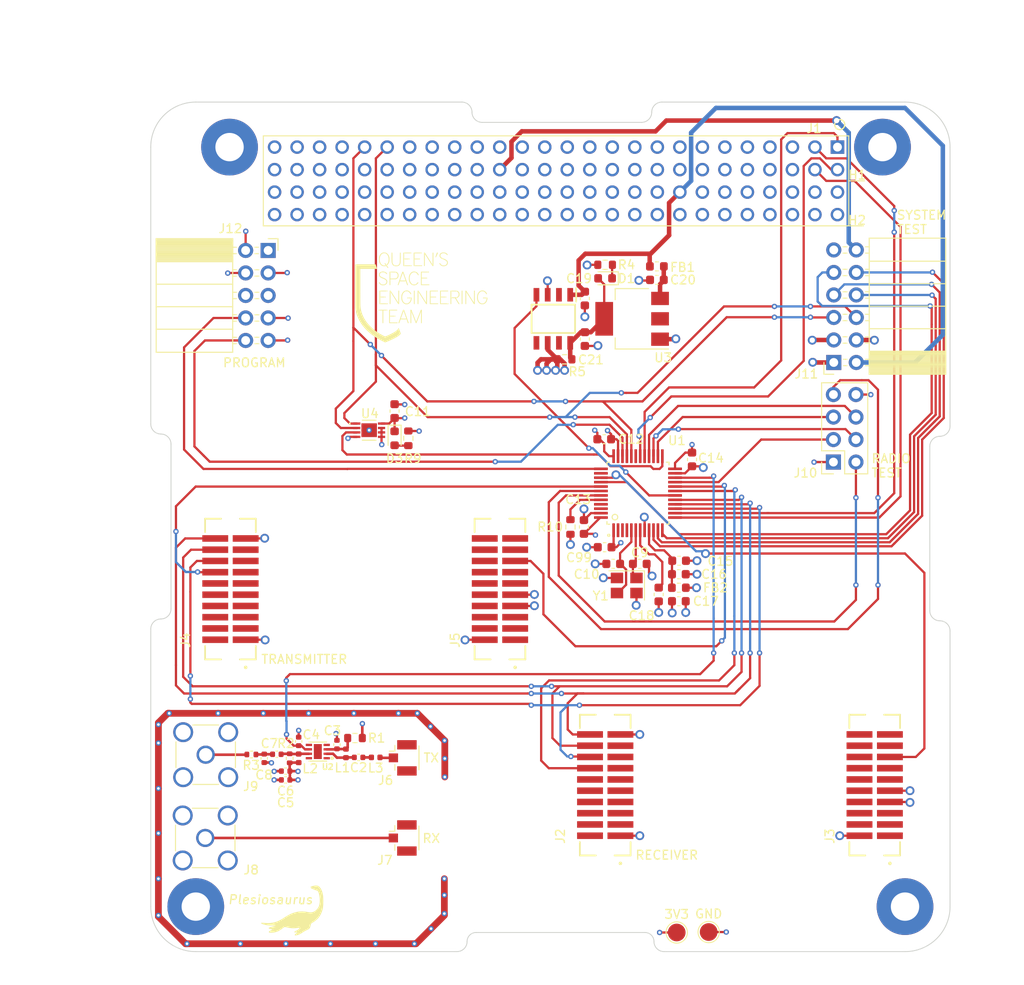
<source format=kicad_pcb>
(kicad_pcb (version 20211014) (generator pcbnew)
  (layers (0 "F.Cu" signal) (1 "In1.Cu" signal) (2 "In2.Cu" signal) (31 "B.Cu" signal) (34 "B.Paste" user) (35 "F.Paste" user) (36 "B.SilkS" user "B.Silkscreen") (37 "F.SilkS" user "F.Silkscreen") (38 "B.Mask" user) (39 "F.Mask" user) (44 "Edge.Cuts" user))
  (net 0 "")
  (net 5 "Net-(C2-Pad1)")
  (net 6 "/RF Front End (Tx & Rx)/EM-TO-AMP")
  (net 7 "Net-(C2-Pad2)")
  (net 8 "Net-(C3-Pad1)")
  (net 36 "GND")
  (net 45 "I2C2-SCK")
  (net 47 "I2C1-SDA")
  (net 61 "AMP-ENABLE")
  (net 64 "+3V3")
  (net 65 "Net-(C7-Pad1)")
  (net 67 "Net-(C7-Pad2)")
  (net 71 "XOSC_OUT")
  (net 93 "XOSC_IN")
  (net 96 "+3.3VA")
  (net 100 "/NRST")
  (net 101 "SW6-5V")
  (net 108 "VCC_3V3")
  (net 109 "Net-(D1-Pad1)")
  (net 110 "Net-(D3-Pad2)")
  (net 111 "COMM-TXD")
  (net 112 "COMM-RXD")
  (net 113 "COMM-CTS")
  (net 114 "COMM-RTS")
  (net 115 "5V0-CHG")
  (net 128 "SPI1-CSN-RX")
  (net 130 "SPI1-SCLK")
  (net 132 "SPI1-MOSI")
  (net 133 "SPI1-MISO")
  (net 145 "RESET-RX")
  (net 163 "SPI1-CSN-TX")
  (net 177 "RESET-TX")
  (net 183 "/RF Front End (Tx & Rx)/RX-TO-EM")
  (net 184 "/RF Front End (Tx & Rx)/AMP-TO-EXT")
  (net 187 "CURR-MONITOR")
  (net 189 "/BOOT0")
  (net 191 "I2C2-SDA")
  (net 192 "TEMP-ALERT")
  (net 193 "Net-(C20-Pad1)")
  (net 194 "SPI2-CE")
  (net 195 "SPI2-SCLK")
  (net 196 "SPI2-MISO")
  (net 197 "SPI2-IRQ")
  (net 198 "SPI2-MOSI")
  (net 199 "SPI2-CSN")
  (net 200 "I2C1-SCK")
  (net 201 "SYS-GPIO2")
  (net 202 "SYS-GPIO1")
  (net 203 "SYS-GPIO4")
  (net 204 "SYS-GPIO3")
  (net 205 "NRST")
  (net 208 "SWCLK")
  (net 209 "SWDIO")
  (footprint "Capacitor_SMD:C_0402_1005Metric" (layer "F.Cu") (at 125.9078 119.1514 90)
    (fp_text reference "C4")
    (fp_text value "1000p")
  )
  (footprint "MountingHole:MountingHole_3.2mm_M3_Pad_TopBottom" (layer "F.Cu") (at 191.77 52.07)
    (fp_text reference "H2")
    (fp_text value "MountingHole_Pad")
  )
  (footprint "Capacitor_SMD:C_0402_1005Metric" (layer "F.Cu") (at 122.0216 121.0564 -90)
    (fp_text reference "C8")
    (fp_text value "1p8")
  )
  (footprint "Capacitor_SMD:C_0603_1608Metric" (layer "F.Cu") (at 136.7282 81.8642 90)
    (fp_text reference "C11")
    (fp_text value "0.1uF")
  )
  (footprint "Capacitor_SMD:C_0402_1005Metric" (layer "F.Cu") (at 130.2258 119.507 90)
    (fp_text reference "C3")
    (fp_text value "1000p")
  )
  (footprint "Capacitor_SMD:C_0603_1608Metric" (layer "F.Cu") (at 158.1908 73.7362 -90)
    (fp_text reference "C21")
    (fp_text value "22u")
  )
  (footprint "qset-footprints:SAMTEC_TFM-110-02-SM-D-A-K-TR" (layer "F.Cu") (at 160.4894 124.079 90)
    (fp_text reference "J2")
    (fp_text value "TFM-110-02-SM-D-A-K-TR")
  )
  (footprint "Capacitor_SMD:C_0603_1608Metric" (layer "F.Cu") (at 164.3888 99.1108)
    (fp_text reference "C9")
    (fp_text value "10p")
  )
  (footprint "MountingHole:MountingHole_3.2mm_M3_Pad_TopBottom" (layer "F.Cu") (at 118.11 52.07)
    (fp_text reference "H1")
    (fp_text value "MountingHole_Pad")
  )
  (footprint "LOGO" (layer "F.Cu") (at 139.791244 68.890846)
    (fp_text reference "G***")
    (fp_text value "LOGO" hide)
  )
  (footprint "Inductor_SMD:L_0402_1005Metric" (layer "F.Cu") (at 125.9078 121.0564 90)
    (fp_text reference "L2")
    (fp_text value "22n")
  )
  (footprint "Capacitor_SMD:C_0603_1608Metric" (layer "F.Cu") (at 160.4264 97.2312 180)
    (fp_text reference "C99")
    (fp_text value "100n")
  )
  (footprint "Capacitor_SMD:C_0603_1608Metric" (layer "F.Cu") (at 161.3916 99.1108 180)
    (fp_text reference "C10")
    (fp_text value "10p")
  )
  (footprint "MountingHole:MountingHole_3.2mm_M3_Pad_TopBottom" (layer "F.Cu") (at 114.3 137.795)
    (fp_text reference "H4")
    (fp_text value "MountingHole_Pad")
  )
  (footprint "Capacitor_SMD:C_0603_1608Metric" (layer "F.Cu") (at 166.3192 67.056 180)
    (fp_text reference "C20")
    (fp_text value "22u")
  )
  (footprint "Resistor_SMD:R_0402_1005Metric" (layer "F.Cu") (at 124.8918 121.0564 90)
    (fp_text reference "R2")
    (fp_text value "330")
  )
  (footprint "Capacitor_SMD:C_0603_1608Metric" (layer "F.Cu") (at 158.0896 94.9452 90)
    (fp_text reference "C13")
    (fp_text value "100n")
  )
  (footprint "Capacitor_SMD:C_0603_1608Metric" (layer "F.Cu") (at 168.8214 98.7552)
    (fp_text reference "C15")
    (fp_text value "10n")
  )
  (footprint "Capacitor_SMD:C_0402_1005Metric" (layer "F.Cu") (at 123.444 120.5992 180)
    (fp_text reference "C7")
    (fp_text value "10p")
  )
  (footprint "Connector_Coaxial:SMA_Amphenol_132134-11_Vertical" (layer "F.Cu") (at 115.3668 130.048)
    (fp_text reference "J8")
    (fp_text value "Conn_Coaxial")
  )
  (footprint "TestPoint:TestPoint_Pad_D2.0mm" (layer "F.Cu") (at 172.1612 140.6652 180)
    (fp_text reference "TP2")
    (fp_text value "GND")
  )
  (footprint "LED_SMD:LED_0603_1608Metric" (layer "F.Cu") (at 160.4768 66.8782 180)
    (fp_text reference "D1")
    (fp_text value "LED")
  )
  (footprint "Capacitor_SMD:C_0603_1608Metric" (layer "F.Cu") (at 160.3756 85.0392)
    (fp_text reference "C12")
    (fp_text value "100n")
  )
  (footprint "Capacitor_SMD:C_0603_1608Metric" (layer "F.Cu") (at 168.7959 100.2792)
    (fp_text reference "C16")
    (fp_text value "1u")
  )
  (footprint "TestPoint:TestPoint_Pad_D2.0mm" (layer "F.Cu") (at 168.5544 140.716 180)
    (fp_text reference "TP1")
    (fp_text value "3V3")
  )
  (footprint "qset-footprints:MCP9808T-E&slash_MC" (layer "F.Cu") (at 133.858 84.0232)
    (fp_text reference "U4")
    (fp_text value "MCP9808T-E/MC")
  )
  (footprint "LOGO" (layer "F.Cu") (at 125.1712 138.2268)
    (fp_text reference "G***")
    (fp_text value "LOGO" hide)
  )
  (footprint "Resistor_SMD:R_0603_1608Metric" (layer "F.Cu") (at 132.2598 118.7704 180)
    (fp_text reference "R1")
    (fp_text value "9.1k")
  )
  (footprint "STM32_Breakout:SOIC127P600X175-8N" (layer "F.Cu") (at 154.6348 71.4502 -90)
    (fp_text reference "MAX4372F1")
    (fp_text value "MAX4372FESA+" hide)
  )
  (footprint "Capacitor_SMD:C_0603_1608Metric" (layer "F.Cu") (at 168.7959 103.3272 180)
    (fp_text reference "C17")
    (fp_text value "1u")
  )
  (footprint "Resistor_SMD:R_0603_1608Metric" (layer "F.Cu") (at 155.9048 76.0222 180)
    (fp_text reference "R5")
    (fp_text value "100m")
  )
  (footprint "Crystal:Crystal_SMD_3225-4Pin_3.2x2.5mm" (layer "F.Cu") (at 162.9156 101.5492 180)
    (fp_text reference "Y1")
    (fp_text value "16 MHz")
  )
  (footprint "Capacitor_SMD:C_0402_1005Metric" (layer "F.Cu") (at 124.4346 122.5042 180)
    (fp_text reference "C6")
    (fp_text value "10p")
  )
  (footprint "Connector_Coaxial:U.FL_Hirose_U.FL-R-SMT-1_Vertical" (layer "F.Cu") (at 137.6446 121.0056)
    (fp_text reference "J6")
    (fp_text value "Conn_Coaxial")
  )
  (footprint "Inductor_SMD:L_0603_1608Metric" (layer "F.Cu") (at 168.7959 101.8032)
    (fp_text reference "FB2")
    (fp_text value "100R @ 100MHz")
  )
  (footprint "Resistor_SMD:R_0603_1608Metric" (layer "F.Cu") (at 156.5656 94.9452 -90)
    (fp_text reference "R10")
    (fp_text value "10k")
  )
  (footprint "Connector_Coaxial:SMA_Amphenol_132134-11_Vertical" (layer "F.Cu") (at 115.4176 120.65)
    (fp_text reference "J9")
    (fp_text value "Conn_Coaxial")
  )
  (footprint "Resistor_SMD:R_0402_1005Metric" (layer "F.Cu") (at 120.5738 120.6246 180)
    (fp_text reference "R3")
    (fp_text value "15")
  )
  (footprint "Inductor_SMD:L_0603_1608Metric" (layer "F.Cu") (at 166.3188 65.532 180)
    (fp_text reference "FB1")
    (fp_text value "100R @ 100 MHz")
  )
  (footprint "pc104-template:pc104-connector" (layer "F.Cu") (at 156.21 54.61 -90)
    (fp_text reference "J1")
    (fp_text value "PC104_Connector")
  )
  (footprint "Capacitor_SMD:C_0603_1608Metric" (layer "F.Cu") (at 166.5224 102.5652 -90)
    (fp_text reference "C18")
    (fp_text value "100u")
  )
  (footprint "Capacitor_SMD:C_0402_1005Metric" (layer "F.Cu") (at 132.6666 120.9548 180)
    (fp_text reference "C2")
    (fp_text value "20p")
  )
  (footprint "qset-footprints:SAMTEC_TFM-110-02-SM-D-A-K-TR" (layer "F.Cu") (at 118.2116 101.9556 90)
    (fp_text reference "J4")
    (fp_text value "TFM-110-02-SM-D-A-K-TR")
  )
  (footprint "Connector_PinSocket_2.54mm:PinSocket_2x04_P2.54mm_Vertical" (layer "F.Cu") (at 186.2328 87.62 180)
    (fp_text reference "J10")
    (fp_text value "Radio Test Connector")
  )
  (footprint "Connector_Coaxial:U.FL_Hirose_U.FL-R-SMT-1_Vertical" (layer "F.Cu") (at 137.6396 130.048)
    (fp_text reference "J7")
    (fp_text value "Conn_Coaxial")
  )
  (footprint "qset-footprints:SAMTEC_TFM-110-02-SM-D-A-K-TR" (layer "F.Cu") (at 148.6154 101.9556 90)
    (fp_text reference "J5")
    (fp_text value "TFM-110-02-SM-D-A-K-TR")
  )
  (footprint "Inductor_SMD:L_0402_1005Metric" (layer "F.Cu") (at 134.597 120.9548 180)
    (fp_text reference "L3")
    (fp_text value "12n")
  )
  (footprint "qset-footprints:QFP50P900X900X160-48N" (layer "F.Cu") (at 164.1856 91.1352 90)
    (fp_text reference "U1")
    (fp_text value "STM32F030CCT6")
  )
  (footprint "MountingHole:MountingHole_3.2mm_M3_Pad_TopBottom" (layer "F.Cu") (at 194.31 137.795)
    (fp_text reference "H3")
    (fp_text value "MountingHole_Pad")
  )
  (footprint "Capacitor_SMD:C_0603_1608Metric" (layer "F.Cu") (at 158.1908 69.1642 -90)
    (fp_text reference "C19")
    (fp_text value "100n")
  )
  (footprint "Resistor_SMD:R_0603_1608Metric" (layer "F.Cu") (at 138.2776 84.9376 90)
    (fp_text reference "R9")
    (fp_text value "2.2k")
  )
  (footprint "Connector_PinSocket_2.54mm:PinSocket_2x05_P2.54mm_Horizontal" (layer "F.Cu") (at 122.465 63.734)
    (fp_text reference "J12")
    (fp_text value "Programming Header")
  )
  (footprint "Package_TO_SOT_SMD:SOT-223-3_TabPin2" (layer "F.Cu") (at 163.5248 71.4502 180)
    (fp_text reference "U3")
    (fp_text value "AMS1117-3.3")
  )
  (footprint "Connector_PinSocket_2.54mm:PinSocket_2x06_P2.54mm_Horizontal" (layer "F.Cu") (at 186.272 76.3782 180)
    (fp_text reference "J11")
    (fp_text value "System Test Connector")
  )
  (footprint "qset-footprints:SAMTEC_TFM-110-02-SM-D-A-K-TR" (layer "F.Cu") (at 190.89 124.079 90)
    (fp_text reference "J3")
    (fp_text value "TFM-110-02-SM-D-A-K-TR")
  )
  (footprint "Capacitor_SMD:C_0402_1005Metric" (layer "F.Cu") (at 124.4346 123.4948 180)
    (fp_text reference "C5")
    (fp_text value "1000p")
  )
  (footprint "qset-footprints:SON50P200X200X80-9N" (layer "F.Cu") (at 128.0668 120.2944 180)
    (fp_text reference "U2")
    (fp_text value "SKY67150-396LF")
  )
  (footprint "Resistor_SMD:R_0603_1608Metric" (layer "F.Cu") (at 160.4768 65.3542)
    (fp_text reference "R4")
    (fp_text value "1k5")
  )
  (footprint "Diode_SMD:D_0603_1608Metric" (layer "F.Cu") (at 136.7282 84.9376 -90)
    (fp_text reference "D3")
    (fp_text value "RED")
  )
  (footprint "Inductor_SMD:L_0402_1005Metric" (layer "F.Cu") (at 131.2418 120.4976 90)
    (fp_text reference "L1")
    (fp_text value "150n")
  )
  (footprint "Capacitor_SMD:C_0603_1608Metric" (layer "F.Cu") (at 170.2816 87.3252 -90)
    (fp_text reference "C14")
    (fp_text value "100n")
  )
  (gr_circle (center 186.944 49.53) (end 187.452 49.276) (layer "F.SilkS") (width 0.15) (fill none))
  (gr_arc (start 109.22 52.07) (mid 110.707898 48.477898) (end 114.3 46.99) (layer "Edge.Cuts") (width 0.1))
  (gr_arc (start 144.318223 46.99) (mid 145.126446 47.324777) (end 145.461223 48.133) (layer "Edge.Cuts") (width 0.1))
  (gr_line (start 199.39 83.566) (end 199.39 52.07) (layer "Edge.Cuts") (width 0.1))
  (gr_arc (start 110.363 84.455) (mid 111.171223 84.789777) (end 111.506 85.598) (layer "Edge.Cuts") (width 0.1))
  (gr_arc (start 109.22 106.472223) (mid 109.554777 105.664) (end 110.363 105.329223) (layer "Edge.Cuts") (width 0.1))
  (gr_line (start 146.604223 49.276) (end 164.592 49.276) (layer "Edge.Cuts") (width 0.1))
  (gr_arc (start 199.39 137.795) (mid 197.902102 141.387102) (end 194.31 142.875) (layer "Edge.Cuts") (width 0.1))
  (gr_arc (start 199.39 83.566) (mid 199.055223 84.374223) (end 198.247 84.709) (layer "Edge.Cuts") (width 0.1))
  (gr_line (start 114.3 46.99) (end 144.318223 46.99) (layer "Edge.Cuts") (width 0.1))
  (gr_line (start 109.22 106.472223) (end 109.22 137.795) (layer "Edge.Cuts") (width 0.1))
  (gr_arc (start 165.735 48.133) (mid 165.400223 48.941223) (end 164.592 49.276) (layer "Edge.Cuts") (width 0.1))
  (gr_arc (start 197.104 85.852) (mid 197.438777 85.043777) (end 198.247 84.709) (layer "Edge.Cuts") (width 0.1))
  (gr_arc (start 165.735 48.133) (mid 166.069777 47.324777) (end 166.878 46.99) (layer "Edge.Cuts") (width 0.1))
  (gr_line (start 166.878 46.99) (end 194.31 46.99) (layer "Edge.Cuts") (width 0.1))
  (gr_arc (start 167.132 142.875) (mid 166.323777 142.540223) (end 165.989 141.732) (layer "Edge.Cuts") (width 0.1))
  (gr_arc (start 198.247 105.537) (mid 197.438777 105.202223) (end 197.104 104.394) (layer "Edge.Cuts") (width 0.1))
  (gr_line (start 167.132 142.875) (end 194.31 142.875) (layer "Edge.Cuts") (width 0.1))
  (gr_line (start 197.104 104.394) (end 197.104 85.852) (layer "Edge.Cuts") (width 0.1))
  (gr_line (start 199.39 137.795) (end 199.39 106.68) (layer "Edge.Cuts") (width 0.1))
  (gr_line (start 114.3 142.875) (end 143.764 142.875) (layer "Edge.Cuts") (width 0.1))
  (gr_line (start 145.923 140.716) (end 164.973 140.716) (layer "Edge.Cuts") (width 0.1))
  (gr_arc (start 144.907 141.732) (mid 145.20458 141.01358) (end 145.923 140.716) (layer "Edge.Cuts") (width 0.1))
  (gr_arc (start 164.973 140.716) (mid 165.69142 141.01358) (end 165.989 141.732) (layer "Edge.Cuts") (width 0.1))
  (gr_arc (start 144.907 141.732) (mid 144.572223 142.540223) (end 143.764 142.875) (layer "Edge.Cuts") (width 0.1))
  (gr_arc (start 198.247 105.537) (mid 199.055223 105.871777) (end 199.39 106.68) (layer "Edge.Cuts") (width 0.1))
  (gr_arc (start 146.604223 49.276) (mid 145.796 48.941223) (end 145.461223 48.133) (layer "Edge.Cuts") (width 0.1))
  (gr_line (start 111.506 85.598) (end 111.506 104.186223) (layer "Edge.Cuts") (width 0.1))
  (gr_arc (start 111.506 104.186223) (mid 111.171223 104.994446) (end 110.363 105.329223) (layer "Edge.Cuts") (width 0.1))
  (gr_line (start 109.22 52.07) (end 109.22 83.312) (layer "Edge.Cuts") (width 0.1))
  (gr_arc (start 114.3 142.875) (mid 110.707898 141.387102) (end 109.22 137.795) (layer "Edge.Cuts") (width 0.1))
  (gr_arc (start 194.31 46.99) (mid 197.902102 48.477898) (end 199.39 52.07) (layer "Edge.Cuts") (width 0.1))
  (gr_arc (start 110.363 84.455) (mid 109.554777 84.120223) (end 109.22 83.312) (layer "Edge.Cuts") (width 0.1))
  (gr_text "TX" (at 140.8684 121.0056) (layer "F.SilkS") (effects (font (size 1 1))))
  (gr_text "TRANSMITTER" (at 126.5428 109.8804) (layer "F.SilkS") (effects (font (size 1 1))))
  (gr_text "RECEIVER" (at 167.4368 131.9784) (layer "F.SilkS") (effects (font (size 1 1))))
  (gr_text "RADIO\nTEST" (at 190.4492 88.0364) (layer "F.SilkS") (effects (font (size 1 1)) (justify left)))
  (gr_text "SYSTEM\nTEST" (at 193.294 60.5536) (layer "F.SilkS") (effects (font (size 1 1)) (justify left)))
  (gr_text "RX" (at 140.8684 130.0988) (layer "F.SilkS") (effects (font (size 1 1))))
  (gr_text "PROGRAM" (at 120.904 76.4032) (layer "F.SilkS") (effects (font (size 1 1))))
  (gr_text "Plesiosaurus" (at 122.7328 137.0076) (layer "F.SilkS") (effects (font (size 1 1) (thickness 0.15) italic)))
  (segment (start 134.112 120.9548) (end 133.1466 120.9548) (width 0.29337) (layer "F.Cu") (net 5))
  (segment (start 135.1328 121.0056) (end 135.082 120.9548) (width 0.29337) (layer "F.Cu") (net 6))
  (segment (start 136.5946 121.0056) (end 135.1328 121.0056) (width 0.29337) (layer "F.Cu") (net 6))
  (segment (start 130.223123 120.9826) (end 131.2418 120.9826) (width 0.29337) (layer "F.Cu") (net 7))
  (segment (start 132.1866 120.9548) (end 131.2696 120.9548) (width 0.29337) (layer "F.Cu") (net 7))
  (segment (start 129.0718 120.5444) (end 129.784923 120.5444) (width 0.29337) (layer "F.Cu") (net 7))
  (segment (start 131.2696 120.9548) (end 131.2418 120.9826) (width 0.29337) (layer "F.Cu") (net 7))
  (segment (start 129.784923 120.5444) (end 130.223123 120.9826) (width 0.29337) (layer "F.Cu") (net 7))
  (segment (start 131.4348 119.8196) (end 131.2418 120.0126) (width 0.29337) (layer "F.Cu") (net 8))
  (segment (start 130.2258 119.987) (end 130.1684 120.0444) (width 0.29337) (layer "F.Cu") (net 8))
  (segment (start 130.1684 120.0444) (end 129.0718 120.0444) (width 0.29337) (layer "F.Cu") (net 8))
  (segment (start 131.2418 120.0126) (end 130.2514 120.0126) (width 0.29337) (layer "F.Cu") (net 8))
  (segment (start 130.2514 120.0126) (end 130.2258 119.987) (width 0.29337) (layer "F.Cu") (net 8))
  (segment (start 131.4348 118.7704) (end 131.4348 119.8196) (width 0.29337) (layer "F.Cu") (net 8))
  (segment (start 116.8146 115.9764) (end 121.92 115.9764) (width 0.762) (layer "F.Cu") (net 36))
  (segment (start 113.143858 141.986) (end 110.0836 138.925742) (width 0.762) (layer "F.Cu") (net 36))
  (segment (start 122.0216 121.5364) (end 122.8064 121.5364) (width 0.29337) (layer "F.Cu") (net 36))
  (segment (start 121.92 115.9764) (end 127.0254 115.9764) (width 0.762) (layer "F.Cu") (net 36))
  (segment (start 144.7038 107.6706) (end 144.6784 107.696) (width 0.254) (layer "F.Cu") (net 36))
  (segment (start 172.1612 140.6652) (end 174.1424 140.6652) (width 0.254) (layer "F.Cu") (net 36))
  (segment (start 129.4892 141.986) (end 124.46 141.986) (width 0.762) (layer "F.Cu") (net 36))
  (segment (start 119.925 61.5834) (end 119.9388 61.5696) (width 0.254) (layer "F.Cu") (net 36))
  (segment (start 142.3416 138.7856) (end 140.843 140.2842) (width 0.762) (layer "F.Cu") (net 36))
  (segment (start 158.0896 94.1702) (end 158.0896 92.9132) (width 0.254) (layer "F.Cu") (net 36))
  (segment (start 122.047 96.2406) (end 122.0724 96.2152) (width 0.254) (layer "F.Cu") (net 36))
  (segment (start 164.9356 93.8664) (end 164.8968 93.8276) (width 0.254) (layer "F.Cu") (net 36))
  (segment (start 110.0836 138.7856) (end 110.0836 134.6454) (width 0.762) (layer "F.Cu") (net 36))
  (segment (start 188.812 73.8382) (end 190.8306 73.8382) (width 0.508) (layer "F.Cu") (net 36))
  (segment (start 134.5692 141.986) (end 129.4892 141.986) (width 0.762) (layer "F.Cu") (net 36))
  (segment (start 166.5224 103.3402) (end 166.5224 104.5972) (width 0.254) (layer "F.Cu") (net 36))
  (segment (start 164.0156 102.3992) (end 164.0156 103.7512) (width 0.254) (layer "F.Cu") (net 36))
  (segment (start 168.0209 103.3272) (end 168.0209 104.6225) (width 0.254) (layer "F.Cu") (net 36))
  (segment (start 142.3416 134.6454) (end 142.3416 136.4996) (width 0.762) (layer "F.Cu") (net 36))
  (segment (start 131.634799 84.773201) (end 131.4704 84.9376) (width 0.254) (layer "F.Cu") (net 36))
  (segment (start 190.8306 73.8382) (end 190.8556 73.8632) (width 0.508) (layer "F.Cu") (net 36))
  (segment (start 140.7795 117.4623) (end 142.367 119.0498) (width 0.762) (layer "F.Cu") (net 36))
  (segment (start 186.272 73.8382) (end 183.8702 73.8382) (width 0.508) (layer "F.Cu") (net 36))
  (segment (start 169.5964 98.7552) (end 170.8404 98.7552) (width 0.254) (layer "F.Cu") (net 36))
  (segment (start 122.465 73.894) (end 124.6324 73.894) (width 0.254) (layer "F.Cu") (net 36))
  (segment (start 139.1412 141.986) (end 138.9634 141.986) (width 0.762) (layer "F.Cu") (net 36))
  (segment (start 138.9634 141.986) (end 134.5692 141.986) (width 0.762) (layer "F.Cu") (net 36))
  (segment (start 171.4122 88.1002) (end 171.5516 88.2396) (width 0.254) (layer "F.Cu") (net 36))
  (segment (start 130.2258 119.027) (end 130.2258 118.362) (width 0.254) (layer "F.Cu") (net 36))
  (segment (start 165.4308 99.2098) (end 165.4308 100.1372) (width 0.254) (layer "F.Cu") (net 36))
  (segment (start 113.3094 141.986) (end 113.143858 141.986) (width 0.762) (layer "F.Cu") (net 36))
  (segment (start 170.2816 88.1002) (end 171.4122 88.1002) (width 0.254) (layer "F.Cu") (net 36))
  (segment (start 137.8582 81.1146) (end 137.8712 81.1276) (width 0.254) (layer "F.Cu") (net 36))
  (segment (start 159.6514 97.2312) (end 158.3944 97.2312) (width 0.254) (layer "F.Cu") (net 36))
  (segment (start 158.1908 74.5112) (end 159.626 74.5112) (width 0.254) (layer "F.Cu") (net 36))
  (segment (start 164.0156 103.7512) (end 163.9824 103.7844) (width 0.254) (layer "F.Cu") (net 36))
  (segment (start 139.2936 115.9764) (end 140.7795 117.4623) (width 0.762) (layer "F.Cu") (net 36))
  (segment (start 158.8746 93.3852) (end 158.0896 94.1702) (width 0.254) (layer "F.Cu") (net 36))
  (segment (start 161.1506 85.0392) (end 161.7472 85.0392) (width 0.254) (layer "F.Cu") (net 36))
  (segment (start 158.4706 65.3542) (end 158.4452 65.3796) (width 0.254) (layer "F.Cu") (net 36))
  (segment (start 135.255 85.6234) (end 135.2804 85.6488) (width 0.254) (layer "F.Cu") (net 36))
  (segment (start 119.925 63.734) (end 119.925 61.5834) (width 0.254) (layer "F.Cu") (net 36))
  (segment (start 161.1506 84.465005) (end 160.748246 84.062651) (width 0.254) (layer "F.Cu") (net 36))
  (segment (start 168.3656 88.8852) (end 169.4966 88.8852) (width 0.254) (layer "F.Cu") (net 36))
  (segment (start 160.2876 100.6992) (end 160.274 100.6856) (width 0.254) (layer "F.Cu") (net 36))
  (segment (start 146.9004 107.6706) (end 144.7038 107.6706) (width 0.254) (layer "F.Cu") (net 36))
  (segment (start 165.5438 67.1322) (end 164.3126 67.1322) (width 0.254) (layer "F.Cu") (net 36))
  (segment (start 162.2044 129.794) (end 164.3888 129.794) (width 0.254) (layer "F.Cu") (net 36))
  (segment (start 142.3924 119.0752) (end 142.3924 121.0818) (width 0.762) (layer "F.Cu") (net 36))
  (segment (start 161.8156 100.6992) (end 160.2876 100.6992) (width 0.254) (layer "F.Cu") (net 36))
  (segment (start 125.9078 118.6714) (end 125.9078 117.9088) (width 0.254) (layer "F.Cu") (net 36))
  (segment (start 135.255 84.2732) (end 135.255 84.773201) (width 0.254) (layer "F.Cu") (net 36))
  (segment (start 139.4846 84.1126) (end 139.4968 84.1248) (width 0.254) (layer "F.Cu") (net 36))
  (segment (start 130.2258 118.362) (end 130.1262 118.2624) (width 0.254) (layer "F.Cu") (net 36))
  (segment (start 123.9546 122.5042) (end 123.1646 122.5042) (width 0.29337) (layer "F.Cu") (net 36))
  (segment (start 111.1504 115.9764) (end 111.3028 115.9764) (width 0.762) (layer "F.Cu") (net 36))
  (segment (start 135.255 83.7732) (end 135.255 84.2732) (width 0.254) (layer "F.Cu") (net 36))
  (segment (start 137.16 115.9764) (end 139.2936 115.9764) (width 0.762) (layer "F.Cu") (net 36))
  (segment (start 160.0056 93.3852) (end 158.8746 93.3852) (width 0.254) (layer "F.Cu") (net 36))
  (segment (start 119.9266 96.2406) (end 122.047 96.2406) (width 0.254) (layer "F.Cu") (net 36))
  (segment (start 124.5816 66.274) (end 124.6124 66.2432) (width 0.254) (layer "F.Cu") (net 36))
  (segment (start 132.1308 115.9764) (end 137.16 115.9764) (width 0.762) (layer "F.Cu") (net 36))
  (segment (start 119.3292 141.986) (end 113.3094 141.986) (width 0.762) (layer "F.Cu") (net 36))
  (segment (start 125.9078 117.9088) (end 125.9098 117.9068) (width 0.254) (layer "F.Cu") (net 36))
  (segment (start 162.2044 118.364) (end 164.3888 118.364) (width 0.254) (layer "F.Cu") (net 36))
  (segment (start 159.626 74.5112) (end 159.6644 74.4728) (width 0.254) (layer "F.Cu") (net 36))
  (segment (start 161.7472 85.0392) (end 161.9356 85.2276) (width 0.254) (layer "F.Cu") (net 36))
  (segment (start 169.5709 100.2792) (end 170.8404 100.2792) (width 0.254) (layer "F.Cu") (net 36))
  (segment (start 135.255 84.773201) (end 135.255 85.6234) (width 0.254) (layer "F.Cu") (net 36))
  (segment (start 184.0584 87.62) (end 184.0484 87.63) (width 0.254) (layer "F.Cu") (net 36))
  (segment (start 142.3416 136.4996) (end 142.3416 138.5824) (width 0.762) (layer "F.Cu") (net 36))
  (segment (start 110.0836 129.5146) (end 110.0836 124.46) (width 0.762) (layer "F.Cu") (net 36))
  (segment (start 142.3924 121.0818) (end 142.3924 123.1646) (width 0.762) (layer "F.Cu") (net 36))
  (segment (start 153.9998 68.7382) (end 153.9998 67.1826) (width 0.254) (layer "F.Cu") (net 36))
  (segment (start 142.3416 138.5824) (end 142.3416 138.7602) (width 0.762) (layer "F.Cu") (net 36))
  (segment (start 138.2522 84.1126) (end 139.4846 84.1126) (width 0.254) (layer "F.Cu") (net 36))
  (segment (start 122.8064 121.5364) (end 122.8344 121.5644) (width 0.29337) (layer "F.Cu") (net 36))
  (segment (start 132.461 84.773201) (end 131.634799 84.773201) (width 0.254) (layer "F.Cu") (net 36))
  (segment (start 122.0978 107.6706) (end 122.1232 107.696) (width 0.254) (layer "F.Cu") (net 36))
  (segment (start 159.6518 65.3542) (end 158.4706 65.3542) (width 0.254) (layer "F.Cu") (net 36))
  (segment (start 110.0836 124.46) (end 110.0836 119.3292) (width 0.762) (layer "F.Cu") (net 36))
  (segment (start 164.9356 95.3152) (end 164.9356 93.8664) (width 0.254) (layer "F.Cu") (net 36))
  (segment (start 158.1908 69.9392) (end 158.1908 71.2212) (width 0.254) (layer "F.Cu") (net 36))
  (segment (start 119.9266 107.6706) (end 122.0978 107.6706) (width 0.254) (layer "F.Cu") (net 36))
  (segment (start 168.4134 73.7502) (end 168.4528 73.7108) (width 0.508) (layer "F.Cu") (net 36))
  (segment (start 127.0254 115.9764) (end 132.1308 115.9764) (width 0.762) (layer "F.Cu") (net 36))
  (segment (start 124.6324 73.894) (end 124.6632 73.8632) (width 0.254) (layer "F.Cu") (net 36))
  (segment (start 123.9546 123.4948) (end 123.1392 123.4948) (width 0.29337) (layer "F.Cu") (net 36))
  (segment (start 110.0836 117.2464) (end 110.0836 117.0432) (width 0.762) (layer "F.Cu") (net 36))
  (segment (start 136.7282 81.1146) (end 137.8582 81.1146) (width 0.254) (layer "F.Cu") (net 36))
  (segment (start 165.4308 100.1372) (end 165.7734 100.4798) (width 0.254) (layer "F.Cu") (net 36))
  (segment (start 153.9998 67.1826) (end 153.9748 67.1576) (width 0.254) (layer "F.Cu") (net 36))
  (segment (start 110.0836 134.6454) (end 110.0836 129.5146) (width 0.762) (layer "F.Cu") (net 36))
  (segment (start 168.0209 104.6225) (end 168.0464 104.648) (width 0.254) (layer "F.Cu") (net 36))
  (segment (start 111.3028 115.9764) (end 116.8146 115.9764) (width 0.762) (layer "F.Cu") (net 36))
  (segment (start 123.1646 122.5042) (end 123.1392 122.5296) (width 0.29337) (layer "F.Cu") (net 36))
  (segment (start 164.3126 67.1322) (end 164.2872 67.1068) (width 0.254) (layer "F.Cu") (net 36))
  (segment (start 160.6166 99.1108) (end 159.3596 99.1108) (width 0.254) (layer "F.Cu") (net 36))
  (segment (start 140.843 140.2842) (end 139.1412 141.986) (width 0.762) (layer "F.Cu") (net 36))
  (segment (start 169.4966 88.8852) (end 170.2816 88.1002) (width 0.254) (layer "F.Cu") (net 36))
  (segment (start 142.367 119.0498) (end 142.3924 119.0752) (width 0.762) (layer "F.Cu") (net 36))
  (segment (start 189.175 129.794) (end 186.944 129.794) (width 0.254) (layer "F.Cu") (net 36))
  (segment (start 110.0836 117.0432) (end 111.1504 115.9764) (width 0.762) (layer "F.Cu") (net 36))
  (segment (start 124.46 141.986) (end 119.3292 141.986) (width 0.762) (layer "F.Cu") (net 36))
  (segment (start 158.1908 71.2212) (end 158.1912 71.2216) (width 0.254) (layer "F.Cu") (net 36))
  (segment (start 156.5656 95.7702) (end 156.5656 96.9264) (width 0.254) (layer "F.Cu") (net 36))
  (segment (start 161.1506 85.0392) (end 161.1506 84.465005) (width 0.254) (layer "F.Cu") (net 36))
  (segment (start 166.6748 73.7502) (end 168.4134 73.7502) (width 0.508) (layer "F.Cu") (net 36))
  (segment (start 110.0836 119.3292) (end 110.0836 117.2464) (width 0.762) (layer "F.Cu") (net 36))
  (segment (start 183.8702 73.8382) (end 183.8452 73.8632) (width 0.508) (layer "F.Cu") (net 36))
  (segment (start 186.2328 87.62) (end 184.0584 87.62) (width 0.254) (layer "F.Cu") (net 36))
  (segment (start 161.9356 85.2276) (end 161.9356 86.9552) (width 0.254) (layer "F.Cu") (net 36))
  (segment (start 110.0836 138.925742) (end 110.0836 138.7856) (width 0.762) (layer "F.Cu") (net 36))
  (segment (start 122.465 66.274) (end 124.5816 66.274) (width 0.254) (layer "F.Cu") (net 36))
  (via (at 139.4968 84.1248) (size 0.6) (drill 0.3) (layers "F.Cu" "B.Cu") (net 36))
  (via (at 142.3924 123.1646) (size 0.6) (drill 0.3) (layers "F.Cu" "B.Cu") (net 36))
  (via (at 142.3416 138.5824) (size 0.6) (drill 0.3) (layers "F.Cu" "B.Cu") (net 36))
  (via (at 124.6632 73.8632) (size 0.6) (drill 0.3) (layers "F.Cu" "B.Cu") (net 36))
  (via (at 164.3888 118.364) (size 1) (drill 0.6) (layers "F.Cu" "B.Cu") (net 36))
  (via (at 113.3094 141.986) (size 0.6) (drill 0.3) (layers "F.Cu" "B.Cu") (net 36))
  (via (at 139.2936 115.9764) (size 0.6) (drill 0.3) (layers "F.Cu" "B.Cu") (net 36))
  (via (at 153.9748 67.1576) (size 1) (drill 0.6) (layers "F.Cu" "B.Cu") (net 36))
  (via (at 163.9824 103.7844) (size 1) (drill 0.6) (layers "F.Cu" "B.Cu") (net 36))
  (via (at 124.6124 66.2432) (size 0.6) (drill 0.3) (layers "F.Cu" "B.Cu") (net 36))
  (via (at 164.2872 67.1068) (size 1) (drill 0.6) (layers "F.Cu" "B.Cu") (net 36))
  (via (at 110.0836 138.7856) (size 0.6) (drill 0.3) (layers "F.Cu" "B.Cu") (net 36))
  (via (at 183.8452 73.8632) (size 1) (drill 0.6) (layers "F.Cu" "B.Cu") (net 36))
  (via (at 133.858 84.0232) (size 0.6) (drill 0.3) (layers "F.Cu" "B.Cu") (net 36))
  (via (at 159.6644 74.4728) (size 1) (drill 0.6) (layers "F.Cu" "B.Cu") (net 36))
  (via (at 135.2804 85.6488) (size 0.6) (drill 0.3) (layers "F.Cu" "B.Cu") (net 36))
  (via (at 159.3596 99.1108) (size 1) (drill 0.6) (layers "F.Cu" "B.Cu") (net 36))
  (via (at 110.0836 129.5146) (size 0.6) (drill 0.3) (layers "F.Cu" "B.Cu") (net 36))
  (via (at 129.4892 141.986) (size 0.6) (drill 0.3) (layers "F.Cu" "B.Cu") (net 36))
  (via (at 140.7795 117.4623) (size 0.6) (drill 0.3) (layers "F.Cu" "B.Cu") (net 36))
  (via (at 138.9634 141.986) (size 0.6) (drill 0.3) (layers "F.Cu" "B.Cu") (net 36))
  (via (at 125.9098 117.9068) (size 0.6) (drill 0.3) (layers "F.Cu" "B.Cu") (net 36))
  (via (at 166.5224 104.5972) (size 1) (drill 0.6) (layers "F.Cu" "B.Cu") (net 36))
  (via (at 140.843 140.2842) (size 0.6) (drill 0.3) (layers "F.Cu" "B.Cu") (net 36))
  (via (at 110.0836 124.46) (size 0.6) (drill 0.3) (layers "F.Cu" "B.Cu") (net 36))
  (via (at 158.3944 97.2312) (size 1) (drill 0.6) (layers "F.Cu" "B.Cu") (net 36))
  (via (at 156.5656 96.9264) (size 1) (drill 0.6) (layers "F.Cu" "B.Cu") (net 36))
  (via (at 184.0484 87.63) (size 0.6) (drill 0.3) (layers "F.Cu" "B.Cu") (net 36))
  (via (at 132.1308 115.9764) (size 0.6) (drill 0.3) (layers "F.Cu" "B.Cu") (net 36))
  (via (at 119.3292 141.986) (size 0.6) (drill 0.3) (layers "F.Cu" "B.Cu") (net 36))
  (via (at 119.9388 61.5696) (size 0.6) (drill 0.3) (layers "F.Cu" "B.Cu") (net 36))
  (via (at 121.92 115.9764) (size 0.6) (drill 0.3) (layers "F.Cu" "B.Cu") (net 36))
  (via (at 171.5516 88.2396) (size 1) (drill 0.6) (layers "F.Cu" "B.Cu") (net 36))
  (via (at 123.1392 122.5296) (size 0.6) (drill 0.3) (layers "F.Cu" "B.Cu") (net 36))
  (via (at 170.8404 98.7552) (size 1) (drill 0.6) (layers "F.Cu" "B.Cu") (net 36))
  (via (at 137.8712 81.1276) (size 0.6) (drill 0.3) (layers "F.Cu" "B.Cu") (net 36))
  (via (at 134.5692 141.986) (size 0.6) (drill 0.3) (layers "F.Cu" "B.Cu") (net 36))
  (via (at 123.1392 123.4948) (size 0.6) (drill 0.3) (layers "F.Cu" "B.Cu") (net 36))
  (via (at 122.1232 107.696) (size 1) (drill 0.6) (layers "F.Cu" "B.Cu") (net 36))
  (via (at 158.1912 71.2216) (size 1) (drill 0.6) (layers "F.Cu" "B.Cu") (net 36))
  (via (at 122.0724 96.2152) (size 1) (drill 0.6) (layers "F.Cu" "B.Cu") (net 36))
  (via (at 158.4452 65.3796) (size 1) (drill 0.6) (layers "F.Cu" "B.Cu") (net 36))
  (via (at 142.3924 121.0818) (size 0.6) (drill 0.3) (layers "F.Cu" "B.Cu") (net 36))
  (via (at 174.1424 140.6652) (size 0.6) (drill 0.3) (layers "F.Cu" "B.Cu") (net 36))
  (via (at 131.4704 84.9376) (size 0.6) (drill 0.3) (layers "F.Cu" "B.Cu") (net 36))
  (via (at 110.0836 134.6454) (size 0.6) (drill 0.3) (layers "F.Cu" "B.Cu") (net 36))
  (via (at 142.367 119.0498) (size 0.6) (drill 0.3) (layers "F.Cu" "B.Cu") (net 36))
  (via (at 160.748246 84.062651) (size 0.6) (drill 0.3) (layers "F.Cu" "B.Cu") (net 36))
  (via (at 168.4528 73.7108) (size 1) (drill 0.6) (layers "F.Cu" "B.Cu") (net 36))
  (via (at 160.274 100.6856) (size 1) (drill 0.6) (layers "F.Cu" "B.Cu") (net 36))
  (via (at 122.8344 121.5644) (size 0.6) (drill 0.3) (layers "F.Cu" "B.Cu") (net 36))
  (via (at 164.8968 93.8276) (size 1) (drill 0.6) (layers "F.Cu" "B.Cu") (net 36))
  (via (at 168.0464 104.648) (size 1) (drill 0.6) (layers "F.Cu" "B.Cu") (net 36))
  (via (at 165.7734 100.4798) (size 1) (drill 0.6) (layers "F.Cu" "B.Cu") (net 36))
  (via (at 116.8146 115.9764) (size 0.6) (drill 0.3) (layers "F.Cu" "B.Cu") (net 36))
  (via (at 142.3416 136.4996) (size 0.6) (drill 0.3) (layers "F.Cu" "B.Cu") (net 36))
  (via (at 111.3028 115.9764) (size 0.6) (drill 0.3) (layers "F.Cu" "B.Cu") (net 36))
  (via (at 144.6784 107.696) (size 1) (drill 0.6) (layers "F.Cu" "B.Cu") (net 36))
  (via (at 142.3416 134.6454) (size 0.6) (drill 0.3) (layers "F.Cu" "B.Cu") (net 36))
  (via (at 190.8556 73.8632) (size 1) (drill 0.6) (layers "F.Cu" "B.Cu") (net 36))
  (via (at 158.0896 92.9132) (size 1) (drill 0.6) (layers "F.Cu" "B.Cu") (net 36))
  (via (at 170.8404 100.2792) (size 1) (drill 0.6) (layers "F.Cu" "B.Cu") (net 36))
  (via (at 130.1262 118.2624) (size 0.6) (drill 0.3) (layers "F.Cu" "B.Cu") (net 36))
  (via (at 164.3888 129.794) (size 1) (drill 0.6) (layers "F.Cu" "B.Cu") (net 36))
  (via (at 127.0254 115.9764) (size 0.6) (drill 0.3) (layers "F.Cu" "B.Cu") (net 36))
  (via (at 110.0836 117.2464) (size 0.6) (drill 0.3) (layers "F.Cu" "B.Cu") (net 36))
  (via (at 186.944 129.794) (size 1) (drill 0.6) (layers "F.Cu" "B.Cu") (net 36))
  (via (at 137.16 115.9764) (size 0.6) (drill 0.3) (layers "F.Cu" "B.Cu") (net 36))
  (via (at 124.46 141.986) (size 0.6) (drill 0.3) (layers "F.Cu" "B.Cu") (net 36))
  (via (at 110.0836 119.3292) (size 0.6) (drill 0.3) (layers "F.Cu" "B.Cu") (net 36))
  (segment (start 164.6936 80.772) (end 174.1932 71.2724) (width 0.254) (layer "F.Cu") (net 45))
  (segment (start 163.4356 86.9552) (end 163.4356 83.9844) (width 0.254) (layer "F.Cu") (net 45))
  (segment (start 132.08 79.6036) (end 130.0988 81.5848) (width 0.254) (layer "F.Cu") (net 45))
  (segment (start 160.2232 80.772) (end 160.1724 80.772) (width 0.254) (layer "F.Cu") (net 45))
  (segment (start 130.6616 83.7732) (end 132.461 83.7732) (width 0.254) (layer "F.Cu") (net 45))
  (segment (start 163.4356 83.9844) (end 160.2232 80.772) (width 0.254) (layer "F.Cu") (net 45))
  (segment (start 130.0988 81.5848) (end 130.0988 83.2104) (width 0.254) (layer "F.Cu") (net 45))
  (segment (start 156.0068 80.772) (end 160.1724 80.772) (width 0.254) (layer "F.Cu") (net 45))
  (segment (start 133.35 52.07) (end 132.08 53.34) (width 0.254) (layer "F.Cu") (net 45))
  (segment (start 132.08 73.9648) (end 132.08 79.6036) (width 0.254) (layer "F.Cu") (net 45))
  (segment (start 183.6678 71.2982) (end 183.642 71.2724) (width 0.254) (layer "F.Cu") (net 45))
  (segment (start 186.272 71.2982) (end 183.6678 71.2982) (width 0.254) (layer "F.Cu") (net 45))
  (segment (start 130.0988 83.2104) (end 130.6616 83.7732) (width 0.254) (layer "F.Cu") (net 45))
  (segment (start 140.4112 80.772) (end 135.2465 75.6073) (width 0.254) (layer "F.Cu") (net 45))
  (segment (start 160.1724 80.772) (end 160.5788 80.772) (width 0.254) (layer "F.Cu") (net 45))
  (segment (start 132.08 53.34) (end 132.08 72.4408) (width 0.254) (layer "F.Cu") (net 45))
  (segment (start 152.4508 80.772) (end 140.4112 80.772) (width 0.254) (layer "F.Cu") (net 45))
  (segment (start 133.9935 74.3458) (end 133.985 74.3458) (width 0.254) (layer "F.Cu") (net 45))
  (segment (start 160.5788 80.772) (end 164.6936 80.772) (width 0.254) (layer "F.Cu") (net 45))
  (segment (start 133.985 74.3458) (end 132.08 72.4408) (width 0.254) (layer "F.Cu") (net 45))
  (segment (start 174.1932 71.2724) (end 179.578 71.2724) (width 0.254) (layer "F.Cu") (net 45))
  (segment (start 135.2465 75.6073) (end 135.2465 75.5904) (width 0.254) (layer "F.Cu") (net 45))
  (segment (start 132.08 72.4408) (end 132.08 73.9648) (width 0.254) (layer "F.Cu") (net 45))
  (via (at 183.642 71.2724) (size 0.6) (drill 0.3) (layers "F.Cu" "B.Cu") (net 45))
  (via (at 133.9935 74.3458) (size 0.6) (drill 0.3) (layers "F.Cu" "B.Cu") (net 45))
  (via (at 156.0068 80.772) (size 0.6) (drill 0.3) (layers "F.Cu" "B.Cu") (net 45))
  (via (at 135.2465 75.5904) (size 0.6) (drill 0.3) (layers "F.Cu" "B.Cu") (net 45))
  (via (at 152.4508 80.772) (size 0.6) (drill 0.3) (layers "F.Cu" "B.Cu") (net 45))
  (via (at 179.578 71.2724) (size 0.6) (drill 0.3) (layers "F.Cu" "B.Cu") (net 45))
  (segment (start 152.4508 80.772) (end 156.0068 80.772) (width 0.254) (layer "B.Cu") (net 45))
  (segment (start 135.2381 75.5904) (end 135.2465 75.5904) (width 0.254) (layer "B.Cu") (net 45))
  (segment (start 183.642 71.2724) (end 179.578 71.2724) (width 0.254) (layer "B.Cu") (net 45))
  (segment (start 133.9935 74.3458) (end 135.2381 75.5904) (width 0.254) (layer "B.Cu") (net 45))
  (segment (start 124.5382 118.8212) (end 125.3484 119.6314) (width 0.254) (layer "F.Cu") (net 61))
  (segment (start 124.5382 118.364) (end 124.5382 118.8212) (width 0.254) (layer "F.Cu") (net 61))
  (segment (start 172.2348 89.3852) (end 172.5396 89.3852) (width 0.254) (layer "F.Cu") (net 61))
  (segment (start 127.0618 120.0444) (end 126.618921 120.0444) (width 0.254) (layer "F.Cu") (net 61))
  (segment (start 126.618921 120.0444) (end 126.205921 119.6314) (width 0.254) (layer "F.Cu") (net 61))
  (segment (start 124.5108 112.3019) (end 124.5108 111.9632) (width 0.254) (layer "F.Cu") (net 61))
  (segment (start 124.5108 111.9632) (end 124.9172 111.5568) (width 0.254) (layer "F.Cu") (net 61))
  (segment (start 125.3484 119.6314) (end 125.9078 119.6314) (width 0.254) (layer "F.Cu") (net 61))
  (segment (start 172.72 110.0328) (end 172.72 109.1692) (width 0.254) (layer "F.Cu") (net 61))
  (segment (start 171.196 111.5568) (end 172.72 110.0328) (width 0.254) (layer "F.Cu") (net 61))
  (segment (start 124.9172 111.5568) (end 171.196 111.5568) (width 0.254) (layer "F.Cu") (net 61))
  (segment (start 168.3656 89.3852) (end 172.2348 89.3852) (width 0.254) (layer "F.Cu") (net 61))
  (segment (start 172.5396 89.3852) (end 172.72 89.2048) (width 0.254) (layer "F.Cu") (net 61))
  (segment (start 126.205921 119.6314) (end 125.9078 119.6314) (width 0.254) (layer "F.Cu") (net 61))
  (via (at 172.72 89.2048) (size 0.6) (drill 0.3) (layers "F.Cu" "B.Cu") (net 61))
  (via (at 124.5108 112.3019) (size 0.6) (drill 0.3) (layers "F.Cu" "B.Cu") (net 61))
  (via (at 172.72 109.1692) (size 0.6) (drill 0.3) (layers "F.Cu" "B.Cu") (net 61))
  (via (at 124.5382 118.364) (size 0.6) (drill 0.3) (layers "F.Cu" "B.Cu") (net 61))
  (segment (start 172.72 106.172) (end 172.72 109.1692) (width 0.254) (layer "B.Cu") (net 61))
  (segment (start 124.5382 118.364) (end 124.5382 116.8674) (width 0.254) (layer "B.Cu") (net 61))
  (segment (start 172.72 89.2048) (end 172.72 105.2576) (width 0.254) (layer "B.Cu") (net 61))
  (segment (start 172.72 105.2576) (end 172.72 106.172) (width 0.254) (layer "B.Cu") (net 61))
  (segment (start 124.5108 116.84) (end 124.5108 112.3019) (width 0.254) (layer "B.Cu") (net 61))
  (segment (start 124.5382 116.8674) (end 124.5108 116.84) (width 0.254) (layer "B.Cu") (net 61))
  (segment (start 159.6006 84.320697) (end 159.3088 84.028897) (width 0.254) (layer "F.Cu") (net 64))
  (segment (start 160.3756 85.5472) (end 160.3756 86.4108) (width 0.254) (layer "F.Cu") (net 64))
  (segment (start 124.694 71.354) (end 124.714 71.374) (width 0.254) (layer "F.Cu") (net 64))
  (segment (start 153.2128 76.0476) (end 152.8572 76.4032) (width 0.508) (layer "F.Cu") (net 64))
  (segment (start 153.9998 74.9422) (end 153.9998 74.1622) (width 0.508) (layer "F.Cu") (net 64))
  (segment (start 161.7472 97.2312) (end 162.2552 96.7232) (width 0.254) (layer "F.Cu") (net 64))
  (segment (start 159.6006 85.0392) (end 159.8676 85.0392) (width 0.254) (layer "F.Cu") (net 64))
  (segment (start 159.2456 95.7202) (end 159.385 95.8596) (width 0.254) (layer "F.Cu") (net 64))
  (segment (start 153.8732 76.5048) (end 153.8732 77.2668) (width 0.508) (layer "F.Cu") (net 64))
  (segment (start 136.7282 82.6646) (end 137.8582 82.6646) (width 0.254) (layer "F.Cu") (net 64))
  (segment (start 155.0798 76.0222) (end 154.3558 76.0222) (width 0.508) (layer "F.Cu") (net 64))
  (segment (start 192.605 125.984) (end 194.818 125.984) (width 0.254) (layer "F.Cu") (net 64))
  (segment (start 153.924 76.454) (end 153.8732 76.5048) (width 0.508) (layer "F.Cu") (net 64))
  (segment (start 155.9052 76.5048) (end 155.9052 77.2668) (width 0.508) (layer "F.Cu") (net 64))
  (segment (start 159.9246 93.8852) (end 158.0896 95.7202) (width 0.254) (layer "F.Cu") (net 64))
  (segment (start 168.3656 88.3852) (end 168.3656 87.7172) (width 0.254) (layer "F.Cu") (net 64))
  (segment (start 152.4762 103.8606) (end 152.5016 103.8352) (width 0.254) (layer "F.Cu") (net 64))
  (segment (start 161.2014 97.2312) (end 161.7472 97.2312) (width 0.254) (layer "F.Cu") (net 64))
  (segment (start 159.8676 85.0392) (end 160.3756 85.5472) (width 0.254) (layer "F.Cu") (net 64))
  (segment (start 155.0798 76.0222) (end 153.2382 76.0222) (width 0.508) (layer "F.Cu") (net 64))
  (segment (start 169.5326 86.5502) (end 170.2816 86.5502) (width 0.254) (layer "F.Cu") (net 64))
  (segment (start 155.0798 77.0762) (end 154.8892 77.2668) (width 0.508) (layer "F.Cu") (net 64))
  (segment (start 160.0056 93.8852) (end 159.9246 93.8852) (width 0.254) (layer "F.Cu") (net 64))
  (segment (start 155.0798 76.0222) (end 155.4226 76.0222) (width 0.508) (layer "F.Cu") (net 64))
  (segment (start 150.3304 103.8606) (end 152.4762 103.8606) (width 0.254) (layer "F.Cu") (net 64))
  (segment (start 170.2816 86.5502) (end 170.2816 85.6488) (width 0.254) (layer "F.Cu") (net 64))
  (segment (start 117.9268 66.274) (end 117.9068 66.294) (width 0.254) (layer "F.Cu") (net 64))
  (segment (start 186.272 76.3782) (end 183.9218 76.3782) (width 0.508) (layer "F.Cu") (net 64))
  (segment (start 124.8918 122.4814) (end 124.9146 122.5042) (width 0.29337) (layer "F.Cu") (net 64))
  (segment (start 169.5709 103.3272) (end 169.5709 104.5967) (width 0.254) (layer "F.Cu") (net 64))
  (segment (start 135.255 83.273199) (end 136.119601 83.273199) (width 0.254) (layer "F.Cu") (net 64))
  (segment (start 159.6006 85.0392) (end 159.6006 84.320697) (width 0.254) (layer "F.Cu") (net 64))
  (segment (start 152.4762 102.5906) (end 152.5016 102.5652) (width 0.254) (layer "F.Cu") (net 64))
  (segment (start 161.4356 96.997) (end 161.2014 97.2312) (width 0.254) (layer "F.Cu") (net 64))
  (segment (start 122.465 71.354) (end 124.694 71.354) (width 0.254) (layer "F.Cu") (net 64))
  (segment (start 125.8062 122.5042) (end 125.8316 122.5296) (width 0.29337) (layer "F.Cu") (net 64))
  (segment (start 133.096 117.1448) (end 133.0848 117.156) (width 0.29337) (layer "F.Cu") (net 64))
  (segment (start 152.8572 76.4032) (end 152.8572 77.2668) (width 0.508) (layer "F.Cu") (net 64))
  (segment (start 137.8582 82.6646) (end 137.8712 82.6516) (width 0.254) (layer "F.Cu") (net 64))
  (segment (start 192.605 124.714) (end 194.8688 124.714) (width 0.254) (layer "F.Cu") (net 64))
  (segment (start 124.9146 122.5042) (end 125.8062 122.5042) (width 0.29337) (layer "F.Cu") (net 64))
  (segment (start 169.5834 101.8032) (end 170.7896 101.8032) (width 0.254) (layer "F.Cu") (net 64))
  (segment (start 160.3756 86.4108) (end 160.92 86.9552) (width 0.254) (layer "F.Cu") (net 64))
  (segment (start 160.92 86.9552) (end 161.4356 86.9552) (width 0.254) (layer "F.Cu") (net 64))
  (segment (start 124.9146 123.4948) (end 125.8316 123.4948) (width 0.29337) (layer "F.Cu") (net 64))
  (segment (start 190.4392 80) (end 190.4492 80.01) (width 0.254) (layer "F.Cu") (net 64))
  (segment (start 133.0848 117.156) (end 133.0848 118.7704) (width 0.29337) (layer "F.Cu") (net 64))
  (segment (start 153.2382 76.0222) (end 153.2128 76.0476) (width 0.508) (layer "F.Cu") (net 64))
  (segment (start 125.9078 121.5414) (end 124.9168 121.5414) (width 0.29337) (layer "F.Cu") (net 64))
  (segment (start 168.5544 140.716) (end 166.624 140.716) (width 0.254) (layer "F.Cu") (net 64))
  (segment (start 136.7282 84.1501) (end 136.7282 82.6646) (width 0.254) (layer "F.Cu") (net 64))
  (segment (start 155.0798 76.0222) (end 155.0798 77.0762) (width 0.508) (layer "F.Cu") (net 64))
  (segment (start 119.925 66.274) (end 117.9268 66.274) (width 0.254) (layer "F.Cu") (net 64))
  (segment (start 169.5709 104.5967) (end 169.5704 104.5972) (width 0.254) (layer "F.Cu") (net 64))
  (segment (start 124.9146 122.5042) (end 124.9146 123.4948) (width 0.29337) (layer "F.Cu") (net 64))
  (segment (start 124.9168 121.5414) (end 124.8918 121.5664) (width 0.29337) (layer "F.Cu") (net 64))
  (segment (start 158.0896 95.7202) (end 159.2456 95.7202) (width 0.254) (layer "F.Cu") (net 64))
  (segment (start 154.3558 76.0222) (end 153.924 76.454) (width 0.508) (layer "F.Cu") (net 64))
  (segment (start 155.8036 76.4032) (end 155.9052 76.5048) (width 0.508) (layer "F.Cu") (net 64))
  (segment (start 161.4356 95.3152) (end 161.4356 96.997) (width 0.254) (layer "F.Cu") (net 64))
  (segment (start 150.3304 102.5906) (end 152.4762 102.5906) (width 0.254) (layer "F.Cu") (net 64))
  (segment (start 188.7728 80) (end 190.4392 80) (width 0.254) (layer "F.Cu") (net 64))
  (segment (start 136.119601 83.273199) (end 136.7282 82.6646) (width 0.254) (layer "F.Cu") (net 64))
  (segment (start 194.818 125.984) (end 194.8688 126.0348) (width 0.254) (layer "F.Cu") (net 64))
  (segment (start 155.4226 76.0222) (end 155.8036 76.4032) (width 0.508) (layer "F.Cu") (net 64))
  (segment (start 183.9218 76.3782) (end 183.896 76.3524) (width 0.508) (layer "F.Cu") (net 64))
  (segment (start 168.3656 87.7172) (end 169.5326 86.5502) (width 0.254) (layer "F.Cu") (net 64))
  (segment (start 124.8918 121.5664) (end 124.8918 122.4814) (width 0.29337) (layer "F.Cu") (net 64))
  (segment (start 155.0798 76.0222) (end 153.9998 74.9422) (width 0.508) (layer "F.Cu") (net 64))
  (via (at 153.8732 77.2668) (size 1) (drill 0.6) (layers "F.Cu" "B.Cu") (net 64))
  (via (at 159.3088 84.028897) (size 0.6) (drill 0.3) (layers "F.Cu" "B.Cu") (net 64))
  (via (at 159.385 95.8596) (size 0.6) (drill 0.3) (layers "F.Cu" "B.Cu") (net 64))
  (via (at 170.7896 101.8032) (size 1) (drill 0.6) (layers "F.Cu" "B.Cu") (net 64))
  (via (at 152.5016 102.5652) (size 1) (drill 0.6) (layers "F.Cu" "B.Cu") (net 64))
  (via (at 183.896 76.3524) (size 1) (drill 0.6) (layers "F.Cu" "B.Cu") (net 64))
  (via (at 194.8688 124.714) (size 1) (drill 0.6) (layers "F.Cu" "B.Cu") (net 64))
  (via (at 194.8688 126.0348) (size 1) (drill 0.6) (layers "F.Cu" "B.Cu") (net 64))
  (via (at 124.714 71.374) (size 0.6) (drill 0.3) (layers "F.Cu" "B.Cu") (net 64))
  (via (at 133.096 117.1448) (size 0.6) (drill 0.3) (layers "F.Cu" "B.Cu") (net 64))
  (via (at 154.8892 77.2668) (size 1) (drill 0.6) (layers "F.Cu" "B.Cu") (net 64))
  (via (at 169.5704 104.5972) (size 1) (drill 0.6) (layers "F.Cu" "B.Cu") (net 64))
  (via (at 117.9068 66.294) (size 0.6) (drill 0.3) (layers "F.Cu" "B.Cu") (net 64))
  (via (at 166.624 140.716) (size 0.6) (drill 0.3) (layers "F.Cu" "B.Cu") (net 64))
  (via (at 155.9052 77.2668) (size 1) (drill 0.6) (layers "F.Cu" "B.Cu") (net 64))
  (via (at 137.8712 82.6516) (size 0.6) (drill 0.3) (layers "F.Cu" "B.Cu") (net 64))
  (via (at 170.2816 85.6488) (size 0.6) (drill 0.3) (layers "F.Cu" "B.Cu") (net 64))
  (via (at 125.8316 123.4948) (size 0.6) (drill 0.3) (layers "F.Cu" "B.Cu") (net 64))
  (via (at 152.8572 77.2668) (size 1) (drill 0.6) (layers "F.Cu" "B.Cu") (net 64))
  (via (at 125.8316 122.5296) (size 0.6) (drill 0.3) (layers "F.Cu" "B.Cu") (net 64))
  (via (at 162.2552 96.7232) (size 0.6) (drill 0.3) (layers "F.Cu" "B.Cu") (net 64))
  (via (at 190.4492 80.01) (size 0.6) (drill 0.3) (layers "F.Cu" "B.Cu") (net 64))
  (via (at 152.5016 103.8352) (size 1) (drill 0.6) (layers "F.Cu" "B.Cu") (net 64))
  (segment (start 127.0618 120.5444) (end 125.9348 120.5444) (width 0.29337) (layer "F.Cu") (net 65))
  (segment (start 123.9768 120.5464) (end 123.924 120.5992) (width 0.29337) (layer "F.Cu") (net 65))
  (segment (start 124.8918 120.5464) (end 123.9768 120.5464) (width 0.29337) (layer "F.Cu") (net 65))
  (segment (start 125.9348 120.5444) (end 125.9078 120.5714) (width 0.29337) (layer "F.Cu") (net 65))
  (segment (start 124.9168 120.5714) (end 124.8918 120.5464) (width 0.29337) (layer "F.Cu") (net 65))
  (segment (start 125.9078 120.5714) (end 124.9168 120.5714) (width 0.29337) (layer "F.Cu") (net 65))
  (segment (start 122.0444 120.5992) (end 122.0216 120.5764) (width 0.29337) (layer "F.Cu") (net 67))
  (segment (start 121.0838 120.6246) (end 121.9734 120.6246) (width 0.29337) (layer "F.Cu") (net 67))
  (segment (start 121.9734 120.6246) (end 122.0216 120.5764) (width 0.29337) (layer "F.Cu") (net 67))
  (segment (start 122.964 120.5992) (end 122.0444 120.5992) (width 0.29337) (layer "F.Cu") (net 67))
  (segment (start 163.6138 100.2974) (end 164.0156 100.6992) (width 0.254) (layer "F.Cu") (net 71))
  (segment (start 163.9356 95.3152) (end 163.9356 98.789) (width 0.254) (layer "F.Cu") (net 71))
  (segment (start 163.9356 98.789) (end 163.6138 99.1108) (width 0.254) (layer "F.Cu") (net 71))
  (segment (start 163.6138 99.1108) (end 163.6138 100.2974) (width 0.254) (layer "F.Cu") (net 71))
  (segment (start 163.4356 95.3152) (end 163.4356 96.635) (width 0.25) (layer "F.Cu") (net 93))
  (segment (start 162.1666 99.1108) (end 162.2044 99.1108) (width 0.254) (layer "F.Cu") (net 93))
  (segment (start 162.2044 99.1108) (end 162.8426 99.749) (width 0.254) (layer "F.Cu") (net 93))
  (segment (start 163.4356 96.635) (end 162.1666 97.904) (width 0.25) (layer "F.Cu") (net 93))
  (segment (start 162.1666 97.904) (end 162.1666 99.1108) (width 0.25) (layer "F.Cu") (net 93))
  (segment (start 161.9156 102.3992) (end 161.8156 102.3992) (width 0.254) (layer "F.Cu") (net 93))
  (segment (start 162.8426 99.749) (end 162.8426 101.4722) (width 0.254) (layer "F.Cu") (net 93))
  (segment (start 162.8426 101.4722) (end 161.9156 102.3992) (width 0.254) (layer "F.Cu") (net 93))
  (segment (start 165.4356 96.9064) (end 166.1096 97.5804) (width 0.254) (layer "F.Cu") (net 96))
  (segment (start 168.0464 98.4948) (end 168.0464 98.7552) (width 0.254) (layer "F.Cu") (net 96))
  (segment (start 168.0209 98.7807) (end 168.0464 98.7552) (width 0.254) (layer "F.Cu") (net 96))
  (segment (start 168.0084 100.2917) (end 168.0209 100.2792) (width 0.254) (layer "F.Cu") (net 96))
  (segment (start 166.1096 97.5804) (end 167.132 97.5804) (width 0.254) (layer "F.Cu") (net 96))
  (segment (start 165.4356 95.3152) (end 165.4356 96.9064) (width 0.254) (layer "F.Cu") (net 96))
  (segment (start 167.132 97.5804) (end 168.0464 98.4948) (width 0.254) (layer "F.Cu") (net 96))
  (segment (start 168.0209 100.2792) (end 168.0209 98.7807) (width 0.254) (layer "F.Cu") (net 96))
  (segment (start 168.0084 101.8032) (end 168.0084 100.2917) (width 0.254) (layer "F.Cu") (net 96))
  (segment (start 165.446 98.0344) (end 166.0652 98.0344) (width 0.254) (layer "F.Cu") (net 100))
  (segment (start 166.9288 98.898) (end 166.9288 101.3838) (width 0.254) (layer "F.Cu") (net 100))
  (segment (start 166.0652 98.0344) (end 166.9288 98.898) (width 0.254) (layer "F.Cu") (net 100))
  (segment (start 164.4356 97.024) (end 165.446 98.0344) (width 0.254) (layer "F.Cu") (net 100))
  (segment (start 164.4356 95.3152) (end 164.4356 97.024) (width 0.254) (layer "F.Cu") (net 100))
  (segment (start 166.9288 101.3838) (end 166.5224 101.7902) (width 0.254) (layer "F.Cu") (net 100))
  (segment (start 165.5064 64.2112) (end 165.5064 65.5833) (width 0.508) (layer "F.Cu") (net 101))
  (segment (start 165.5064 65.5833) (end 165.5313 65.6082) (width 0.508) (layer "F.Cu") (net 101))
  (segment (start 157.4912 64.8604) (end 158.242 64.1096) (width 0.508) (layer "F.Cu") (net 101))
  (segment (start 158.242 64.1096) (end 165.608 64.1096) (width 0.508) (layer "F.Cu") (net 101))
  (segment (start 158.1908 68.3892) (end 157.4912 67.6896) (width 0.508) (layer "F.Cu") (net 101))
  (segment (start 167.694 62.0236) (end 165.5064 64.2112) (width 0.508) (layer "F.Cu") (net 101))
  (segment (start 157.8418 68.7382) (end 158.1908 68.3892) (width 0.508) (layer "F.Cu") (net 101))
  (segment (start 157.4912 67.6896) (end 157.4912 64.8604) (width 0.508) (layer "F.Cu") (net 101))
  (segment (start 165.608 64.1096) (end 167.694 62.0236) (width 0.508) (layer "F.Cu") (net 101))
  (segment (start 156.5398 68.7382) (end 157.8418 68.7382) (width 0.508) (layer "F.Cu") (net 101))
  (segment (start 168.91 57.15) (end 167.694 58.366) (width 0.508) (layer "F.Cu") (net 101))
  (segment (start 167.694 58.366) (end 167.694 62.0236) (width 0.508) (layer "F.Cu") (net 101))
  (segment (start 198.5772 73.2536) (end 198.5772 51.9176) (width 0.508) (layer "B.Cu") (net 101))
  (segment (start 194.31 47.6504) (end 172.973289 47.6504) (width 0.508) (layer "B.Cu") (net 101))
  (segment (start 188.812 76.3782) (end 195.4526 76.3782) (width 0.508) (layer "B.Cu") (net 101))
  (segment (start 195.4526 76.3782) (end 198.5772 73.2536) (width 0.508) (layer "B.Cu") (net 101))
  (segment (start 172.973289 47.6504) (end 170.18 50.443689) (width 0.508) (layer "B.Cu") (net 101))
  (segment (start 170.18 55.88) (end 168.91 57.15) (width 0.508) (layer "B.Cu") (net 101))
  (segment (start 198.5772 51.9176) (end 194.31 47.6504) (width 0.508) (layer "B.Cu") (net 101))
  (segment (start 170.18 50.443689) (end 170.18 55.88) (width 0.508) (layer "B.Cu") (net 101))
  (segment (start 160.3748 67.5637) (end 160.3748 71.4502) (width 0.254) (layer "F.Cu") (net 108))
  (segment (start 156.5398 75.8322) (end 156.7298 76.0222) (width 0.508) (layer "F.Cu") (net 108))
  (segment (start 157.7408 72.9612) (end 156.5398 74.1622) (width 0.508) (layer "F.Cu") (net 108))
  (segment (start 158.1908 72.9612) (end 157.7408 72.9612) (width 0.508) (layer "F.Cu") (net 108))
  (segment (start 158.1908 72.9612) (end 158.8638 72.9612) (width 0.508) (layer "F.Cu") (net 108))
  (segment (start 158.8638 72.9612) (end 160.3748 71.4502) (width 0.508) (layer "F.Cu") (net 108))
  (segment (start 156.5398 74.1622) (end 156.5398 75.8322) (width 0.508) (layer "F.Cu") (net 108))
  (segment (start 159.6893 66.8782) (end 160.3748 67.5637) (width 0.254) (layer "F.Cu") (net 108))
  (segment (start 161.2643 65.3917) (end 161.3018 65.3542) (width 0.254) (layer "F.Cu") (net 109))
  (segment (start 161.2643 66.8782) (end 161.2643 65.3917) (width 0.254) (layer "F.Cu") (net 109))
  (segment (start 136.7657 85.7626) (end 136.7282 85.7251) (width 0.254) (layer "F.Cu") (net 110))
  (segment (start 138.2522 85.7626) (end 136.7657 85.7626) (width 0.254) (layer "F.Cu") (net 110))
  (segment (start 186.2836 50.4952) (end 181.0512 50.4952) (width 0.254) (layer "F.Cu") (net 111))
  (segment (start 186.69 50.9016) (end 186.2836 50.4952) (width 0.254) (layer "F.Cu") (net 111))
  (segment (start 181.0512 50.4952) (end 180.34 51.2064) (width 0.254) (layer "F.Cu") (net 111))
  (segment (start 180.34 76.1492) (end 177.292 79.1972) (width 0.254) (layer "F.Cu") (net 111))
  (segment (start 180.34 51.2064) (end 180.34 76.1492) (width 0.254) (layer "F.Cu") (net 111))
  (segment (start 164.9356 81.9524) (end 164.9356 86.9552) (width 0.254) (layer "F.Cu") (net 111))
  (segment (start 177.292 79.1972) (end 167.6908 79.1972) (width 0.254) (layer "F.Cu") (net 111))
  (segment (start 186.69 52.07) (end 186.69 50.9016) (width 0.254) (layer "F.Cu") (net 111))
  (segment (start 167.6908 79.1972) (end 164.9356 81.9524) (width 0.254) (layer "F.Cu") (net 111))
  (segment (start 164.4356 84.9117) (end 164.4356 84.8101) (width 0.254) (layer "F.Cu") (net 112))
  (segment (start 182.88 54.2036) (end 183.7436 53.34) (width 0.254) (layer "F.Cu") (net 112))
  (segment (start 167.9497 80.2132) (end 178.8668 80.2132) (width 0.254) (layer "F.Cu") (net 112))
  (segment (start 185.9788 54.61) (end 186.69 54.61) (width 0.254) (layer "F.Cu") (net 112))
  (segment (start 178.8668 80.2132) (end 182.88 76.2) (width 0.254) (layer "F.Cu") (net 112))
  (segment (start 165.5621 82.6008) (end 167.9497 80.2132) (width 0.254) (layer "F.Cu") (net 112))
  (segment (start 182.88 76.2) (end 182.88 54.2036) (width 0.254) (layer "F.Cu") (net 112))
  (segment (start 164.4356 86.9552) (end 164.4356 84.9117) (width 0.254) (layer "F.Cu") (net 112))
  (segment (start 183.7436 53.34) (end 184.7088 53.34) (width 0.254) (layer "F.Cu") (net 112))
  (segment (start 164.4356 84.8101) (end 164.3091 84.6836) (width 0.254) (layer "F.Cu") (net 112))
  (segment (start 184.7088 53.34) (end 185.9788 54.61) (width 0.254) (layer "F.Cu") (net 112))
  (via (at 164.3091 84.6836) (size 0.6) (drill 0.3) (layers "F.Cu" "B.Cu") (net 112))
  (via (at 165.5621 82.6008) (size 0.6) (drill 0.3) (layers "F.Cu" "B.Cu") (net 112))
  (segment (start 164.3091 84.6836) (end 164.2364 84.6109) (width 0.254) (layer "B.Cu") (net 112))
  (segment (start 164.2364 83.9216) (end 164.2413 83.9216) (width 0.254) (layer "B.Cu") (net 112))
  (segment (start 164.2413 83.9216) (end 165.5621 82.6008) (width 0.254) (layer "B.Cu") (net 112))
  (segment (start 164.2364 84.6109) (end 164.2364 83.9216) (width 0.254) (layer "B.Cu") (net 112))
  (segment (start 193.0908 58.7248) (end 193.0908 59.2328) (width 0.254) (layer "F.Cu") (net 113))
  (segment (start 178.929222 93.3852) (end 190.8408 93.3852) (width 0.254) (layer "F.Cu") (net 113))
  (segment (start 168.3656 93.3852) (end 178.768748 93.3852) (width 0.254) (layer "F.Cu") (net 113))
  (segment (start 190.8408 93.3852) (end 193.0908 91.1352) (width 0.254) (layer "F.Cu") (net 113))
  (segment (start 187.70745 53.34145) (end 187.96 53.594) (width 0.254) (layer "F.Cu") (net 113))
  (segment (start 187.96 53.594) (end 193.0908 58.7248) (width 0.254) (layer "F.Cu") (net 113))
  (segment (start 178.768748 93.3852) (end 178.929222 93.3852) (width 0.254) (layer "F.Cu") (net 113))
  (segment (start 185.42145 53.34145) (end 187.70745 53.34145) (width 0.254) (layer "F.Cu") (net 113))
  (segment (start 193.0908 91.1352) (end 193.0908 61.6712) (width 0.254) (layer "F.Cu") (net 113))
  (segment (start 184.15 52.07) (end 185.42145 53.34145) (width 0.254) (layer "F.Cu") (net 113))
  (via (at 193.0908 61.6712) (size 0.6) (drill 0.3) (layers "F.Cu" "B.Cu") (net 113))
  (via (at 193.0908 59.2328) (size 0.6) (drill 0.3) (layers "F.Cu" "B.Cu") (net 113))
  (segment (start 193.0908 59.2328) (end 193.0908 61.6712) (width 0.254) (layer "B.Cu") (net 113))
  (segment (start 168.3656 93.8852) (end 191.4076 93.8852) (width 0.254) (layer "F.Cu") (net 114))
  (segment (start 185.42145 55.88145) (end 188.61895 55.88145) (width 0.254) (layer "F.Cu") (net 114))
  (segment (start 184.15 54.61) (end 185.42145 55.88145) (width 0.254) (layer "F.Cu") (net 114))
  (segment (start 191.4076 93.8852) (end 193.802 91.4908) (width 0.254) (layer "F.Cu") (net 114))
  (segment (start 193.802 91.4908) (end 193.802 61.0645) (width 0.254) (layer "F.Cu") (net 114))
  (segment (start 193.802 61.0645) (end 188.61895 55.88145) (width 0.254) (layer "F.Cu") (net 114))
  (segment (start 167.386 49.0728) (end 166.1668 50.292) (width 0.508) (layer "F.Cu") (net 115))
  (segment (start 149.914 53.286) (end 148.59 54.61) (width 0.508) (layer "F.Cu") (net 115))
  (segment (start 151.0792 50.292) (end 149.914 51.4572) (width 0.508) (layer "F.Cu") (net 115))
  (segment (start 186.589111 49.0728) (end 167.386 49.0728) (width 0.508) (layer "F.Cu") (net 115))
  (segment (start 149.914 51.4572) (end 149.914 53.286) (width 0.508) (layer "F.Cu") (net 115))
  (segment (start 166.1668 50.292) (end 151.0792 50.292) (width 0.508) (layer "F.Cu") (net 115))
  (via (at 186.589111 49.0728) (size 1) (drill 0.6) (layers "F.Cu" "B.Cu") (net 115))
  (segment (start 188.812 63.6782) (end 187.962 62.8282) (width 0.508) (layer "B.Cu") (net 115))
  (segment (start 187.962 50.445689) (end 186.589111 49.0728) (width 0.508) (layer "B.Cu") (net 115))
  (segment (start 187.962 62.8282) (end 187.962 50.445689) (width 0.508) (layer "B.Cu") (net 115))
  (segment (start 153.2636 121.3104) (end 154.1272 122.174) (width 0.254) (layer "F.Cu") (net 128))
  (segment (start 175.0568 110.5408) (end 173.3296 112.268) (width 0.254) (layer "F.Cu") (net 128))
  (segment (start 175.0568 109.1692) (end 175.0568 110.5408) (width 0.254) (layer "F.Cu") (net 128))
  (segment (start 168.3656 90.8852) (end 174.697795 90.8852) (width 0.254) (layer "F.Cu") (net 128))
  (segment (start 153.2636 113.157) (end 153.2636 121.3104) (width 0.254) (layer "F.Cu") (net 128))
  (segment (start 174.8287 90.8852) (end 175.030394 90.8852) (width 0.254) (layer "F.Cu") (net 128))
  (segment (start 175.030394 90.8852) (end 175.157647 90.757947) (width 0.254) (layer "F.Cu") (net 128))
  (segment (start 154.1526 112.268) (end 153.2636 113.157) (width 0.254) (layer "F.Cu") (net 128))
  (segment (start 154.1272 122.174) (end 158.7744 122.174) (width 0.254) (layer "F.Cu") (net 128))
  (segment (start 174.697795 90.8852) (end 174.8287 90.8852) (width 0.254) (layer "F.Cu") (net 128))
  (segment (start 173.3296 112.268) (end 154.1526 112.268) (width 0.254) (layer "F.Cu") (net 128))
  (via (at 175.0568 109.1692) (size 0.6) (drill 0.3) (layers "F.Cu" "B.Cu") (net 128))
  (via (at 175.157647 90.757947) (size 0.6) (drill 0.3) (layers "F.Cu" "B.Cu") (net 128))
  (segment (start 175.0568 105.0036) (end 175.0568 106.172) (width 0.254) (layer "B.Cu") (net 128))
  (segment (start 175.0568 90.858794) (end 175.0568 105.0036) (width 0.254) (layer "B.Cu") (net 128))
  (segment (start 175.0568 106.172) (end 175.0568 109.1692) (width 0.254) (layer "B.Cu") (net 128))
  (segment (start 175.157647 90.757947) (end 175.0568 90.858794) (width 0.254) (layer "B.Cu") (net 128))
  (segment (start 168.3656 92.8852) (end 177.5021 92.8852) (width 0.25) (layer "F.Cu") (net 130))
  (segment (start 158.7236 120.8532) (end 158.7744 120.904) (width 0.25) (layer "F.Cu") (net 130))
  (segment (start 157.5816 115.062) (end 175.7172 115.062) (width 0.25) (layer "F.Cu") (net 130))
  (segment (start 113.6904 111.2012) (end 113.6904 111.76) (width 0.254) (layer "F.Cu") (net 130))
  (segment (start 116.4966 98.7806) (end 114.427 98.7806) (width 0.254) (layer "F.Cu") (net 130))
  (segment (start 175.7172 115.062) (end 177.9016 112.8776) (width 0.25) (layer "F.Cu") (net 130))
  (segment (start 177.5021 92.8852) (end 177.7751 92.8852) (width 0.25) (layer "F.Cu") (net 130))
  (segment (start 113.6904 114.7572) (end 113.8428 114.9096) (width 0.254) (layer "F.Cu") (net 130))
  (segment (start 113.6904 99.5172) (end 113.6904 102.2604) (width 0.254) (layer "F.Cu") (net 130))
  (segment (start 156.6164 120.8532) (end 158.7236 120.8532) (width 0.25) (layer "F.Cu") (net 130))
  (segment (start 113.6904 114.3677) (end 113.6904 114.7572) (width 0.254) (layer "F.Cu") (net 130))
  (segment (start 113.6904 102.2604) (end 113.6904 111.2012) (width 0.254) (layer "F.Cu") (net 130))
  (segment (start 114.427 98.7806) (end 113.6904 99.5172) (width 0.254) (layer "F.Cu") (net 130))
  (segment (start 177.9016 112.8776) (end 177.9016 109.1692) (width 0.25) (layer "F.Cu") (net 130))
  (segment (start 113.8428 114.9096) (end 151.9936 114.9096) (width 0.254) (layer "F.Cu") (net 130))
  (segment (start 151.9936 114.9096) (end 152.146 115.062) (width 0.254) (layer "F.Cu") (net 130))
  (segment (start 177.7751 92.8852) (end 177.9016 92.7587) (width 0.25) (layer "F.Cu") (net 130))
  (via (at 156.6164 120.8532) (size 0.6) (drill 0.3) (layers "F.Cu" "B.Cu") (net 130))
  (via (at 177.9016 109.1692) (size 0.6) (drill 0.3) (layers "F.Cu" "B.Cu") (net 130))
  (via (at 113.6904 114.3677) (size 0.6) (drill 0.3) (layers "F.Cu" "B.Cu") (net 130))
  (via (at 152.146 115.062) (size 0.6) (drill 0.3) (layers "F.Cu" "B.Cu") (net 130))
  (via (at 113.6904 111.76) (size 0.6) (drill 0.3) (layers "F.Cu" "B.Cu") (net 130))
  (via (at 177.9016 92.7587) (size 0.6) (drill 0.3) (layers "F.Cu" "B.Cu") (net 130))
  (via (at 157.5816 115.062) (size 0.6) (drill 0.3) (layers "F.Cu" "B.Cu") (net 130))
  (segment (start 155.448 120.0912) (end 156.21 120.8532) (width 0.25) (layer "B.Cu") (net 130))
  (segment (start 156.1592 115.062) (end 152.146 115.062) (width 0.254) (layer "B.Cu") (net 130))
  (segment (start 156.21 115.1128) (end 155.448 115.8748) (width 0.25) (layer "B.Cu") (net 130))
  (segment (start 155.448 115.8748) (end 155.448 120.0912) (width 0.25) (layer "B.Cu") (net 130))
  (segment (start 156.21 120.8532) (end 156.6164 120.8532) (width 0.25) (layer "B.Cu") (net 130))
  (segment (start 113.6904 111.76) (end 113.6904 114.3677) (width 0.254) (layer "B.Cu") (net 130))
  (segment (start 177.9016 106.172) (end 177.9016 109.1692) (width 0.25) (layer "B.Cu") (net 130))
  (segment (start 177.9016 92.7587) (end 177.9016 106.172) (width 0.25) (layer "B.Cu") (net 130))
  (segment (start 156.2608 115.062) (end 157.5816 115.062) (width 0.25) (layer "B.Cu") (net 130))
  (segment (start 112.8776 98.3996) (end 113.7666 97.5106) (width 0.254) (layer "F.Cu") (net 132))
  (segment (start 175.8696 111.3028) (end 174.244 112.9284) (width 0.254) (layer "F.Cu") (net 132))
  (segment (start 168.3656 91.8852) (end 175.5768 91.8852) (width 0.254) (layer "F.Cu") (net 132))
  (segment (start 155.3464 112.9284) (end 154.5336 113.7412) (width 0.254) (layer "F.Cu") (net 132))
  (segment (start 112.8776 111.8616) (end 112.8776 98.3996) (width 0.254) (layer "F.Cu") (net 132))
  (segment (start 175.5768 91.8852) (end 175.8696 91.5924) (width 0.254) (layer "F.Cu") (net 132))
  (segment (start 155.3464 112.9284) (end 154.432 112.9284) (width 0.254) (layer "F.Cu") (net 132))
  (segment (start 113.9444 112.9284) (end 112.8776 111.8616) (width 0.254) (layer "F.Cu") (net 132))
  (segment (start 113.7666 97.5106) (end 116.4966 97.5106) (width 0.254) (layer "F.Cu") (net 132))
  (segment (start 154.5336 118.7704) (end 155.3972 119.634) (width 0.254) (layer "F.Cu") (net 132))
  (segment (start 155.3972 119.634) (end 158.7744 119.634) (width 0.254) (layer "F.Cu") (net 132))
  (segment (start 174.244 112.9284) (end 155.3464 112.9284) (width 0.254) (layer "F.Cu") (net 132))
  (segment (start 175.8696 109.1692) (end 175.8696 111.3028) (width 0.254) (layer "F.Cu") (net 132))
  (segment (start 154.5336 113.7412) (end 154.5336 118.7704) (width 0.254) (layer "F.Cu") (net 132))
  (segment (start 152.146 112.9284) (end 113.9444 112.9284) (width 0.254) (layer "F.Cu") (net 132))
  (via (at 175.8696 109.1692) (size 0.6) (drill 0.3) (layers "F.Cu" "B.Cu") (net 132))
  (via (at 154.432 112.9284) (size 0.6) (drill 0.3) (layers "F.Cu" "B.Cu") (net 132))
  (via (at 175.8696 91.5924) (size 0.6) (drill 0.3) (layers "F.Cu" "B.Cu") (net 132))
  (via (at 152.146 112.9284) (size 0.6) (drill 0.3) (layers "F.Cu" "B.Cu") (net 132))
  (segment (start 175.8696 106.158703) (end 175.8696 109.1692) (width 0.254) (layer "B.Cu") (net 132))
  (segment (start 175.8696 91.5924) (end 175.8696 106.158703) (width 0.254) (layer "B.Cu") (net 132))
  (segment (start 154.432 112.9284) (end 152.146 112.9284) (width 0.254) (layer "B.Cu") (net 132))
  (segment (start 175.1076 113.7412) (end 175.641 113.2078) (width 0.254) (layer "F.Cu") (net 133))
  (segment (start 168.3656 92.3852) (end 176.7103 92.3852) (width 0.254) (layer "F.Cu") (net 133))
  (segment (start 112.0648 112.8268) (end 112.0648 110.5408) (width 0.254) (layer "F.Cu") (net 133))
  (segment (start 116.4966 96.2406) (end 113.1062 96.2406) (width 0.254) (layer "F.Cu") (net 133))
  (segment (start 158.0388 113.7412) (end 175.1076 113.7412) (width 0.254) (layer "F.Cu") (net 133))
  (segment (start 156.2608 114.840452) (end 157.360052 113.7412) (width 0.254) (layer "F.Cu") (net 133))
  (segment (start 112.0648 97.282) (end 112.0648 110.5408) (width 0.254) (layer "F.Cu") (net 133))
  (segment (start 176.8348 109.1692) (end 176.8348 112.014) (width 0.254) (layer "F.Cu") (net 133))
  (segment (start 156.2608 117.8052) (end 156.8196 118.364) (width 0.254) (layer "F.Cu") (net 133))
  (segment (start 151.7396 113.7412) (end 112.9792 113.7412) (width 0.254) (layer "F.Cu") (net 133))
  (segment (start 176.8348 112.014) (end 175.641 113.2078) (width 0.254) (layer "F.Cu") (net 133))
  (segment (start 176.7103 92.3852) (end 176.8348 92.2607) (width 0.254) (layer "F.Cu") (net 133))
  (segment (start 157.360052 113.7412) (end 158.0388 113.7412) (width 0.254) (layer "F.Cu") (net 133))
  (segment (start 113.1062 96.2406) (end 112.0648 97.282) (width 0.254) (layer "F.Cu") (net 133))
  (segment (start 175.641 113.2078) (end 175.26 113.5888) (width 0.254) (layer "F.Cu") (net 133))
  (segment (start 156.2608 114.840452) (end 156.2608 117.8052) (width 0.254) (layer "F.Cu") (net 133))
  (segment (start 155.5496 113.7412) (end 158.0388 113.7412) (width 0.254) (layer "F.Cu") (net 133))
  (segment (start 112.9792 113.7412) (end 112.0648 112.8268) (width 0.254) (layer "F.Cu") (net 133))
  (segment (start 156.8196 118.364) (end 158.7744 118.364) (width 0.254) (layer "F.Cu") (net 133))
  (segment (start 151.7396 113.7412) (end 152.146 113.7412) (width 0.254) (layer "F.Cu") (net 133))
  (via (at 152.146 113.7412) (size 0.6) (drill 0.3) (layers "F.Cu" "B.Cu") (net 133))
  (via (at 155.5496 113.7412) (size 0.6) (drill 0.3) (layers "F.Cu" "B.Cu") (net 133))
  (via (at 176.8348 92.2607) (size 0.6) (drill 0.3) (layers "F.Cu" "B.Cu") (net 133))
  (via (at 176.8348 109.1692) (size 0.6) (drill 0.3) (layers "F.Cu" "B.Cu") (net 133))
  (segment (start 152.146 113.7412) (end 155.5496 113.7412) (width 0.254) (layer "B.Cu") (net 133))
  (segment (start 176.8348 105.5116) (end 176.8348 106.172) (width 0.254) (layer "B.Cu") (net 133))
  (segment (start 176.8348 106.172) (end 176.8348 109.1692) (width 0.254) (layer "B.Cu") (net 133))
  (segment (start 176.8348 92.2607) (end 176.8348 105.5116) (width 0.254) (layer "B.Cu") (net 133))
  (segment (start 195.5292 120.904) (end 192.605 120.904) (width 0.254) (layer "F.Cu") (net 145))
  (segment (start 161.3699 89.3852) (end 161.6964 89.0587) (width 0.254) (layer "F.Cu") (net 145))
  (segment (start 196.4944 100.1268) (end 196.4944 119.9388) (width 0.254) (layer "F.Cu") (net 145))
  (segment (start 171.8056 97.9529) (end 171.8161 97.9424) (width 0.254) (layer "F.Cu") (net 145))
  (segment (start 196.4944 119.9388) (end 195.5292 120.904) (width 0.254) (layer "F.Cu") (net 145))
  (segment (start 171.8161 97.9424) (end 194.31 97.9424) (width 0.254) (layer "F.Cu") (net 145))
  (segment (start 194.31 97.9424) (end 196.4944 100.1268) (width 0.254) (layer "F.Cu") (net 145))
  (segment (start 160.0056 89.3852) (end 161.3699 89.3852) (width 0.254) (layer "F.Cu") (net 145))
  (via (at 171.8056 97.9529) (size 1) (drill 0.6) (layers "F.Cu" "B.Cu") (net 145))
  (via (at 161.6964 89.0587) (size 1) (drill 0.6) (layers "F.Cu" "B.Cu") (net 145))
  (segment (start 170.7388 97.6884) (end 171.5411 97.6884) (width 0.254) (layer "B.Cu") (net 145))
  (segment (start 167.4876 94.4372) (end 170.7388 97.6884) (width 0.254) (layer "B.Cu") (net 145))
  (segment (start 171.5411 97.6884) (end 171.8056 97.9529) (width 0.254) (layer "B.Cu") (net 145))
  (segment (start 162.1091 89.0587) (end 167.4876 94.4372) (width 0.254) (layer "B.Cu") (net 145))
  (segment (start 161.6964 89.0587) (end 162.1091 89.0587) (width 0.254) (layer "B.Cu") (net 145))
  (segment (start 114.5286 100.0506) (end 114.5032 100.0252) (width 0.254) (layer "F.Cu") (net 163))
  (segment (start 112.0648 92.6084) (end 114.288 90.3852) (width 0.254) (layer "F.Cu") (net 163))
  (segment (start 116.4966 100.0506) (end 114.5286 100.0506) (width 0.254) (layer "F.Cu") (net 163))
  (segment (start 114.288 90.3852) (end 160.0056 90.3852) (width 0.254) (layer "F.Cu") (net 163))
  (segment (start 112.0648 95.4532) (end 112.0648 92.6084) (width 0.254) (layer "F.Cu") (net 163))
  (via (at 114.5032 100.0252) (size 0.6) (drill 0.3) (layers "F.Cu" "B.Cu") (net 163))
  (via (at 112.0648 95.4532) (size 0.6) (drill 0.3) (layers "F.Cu" "B.Cu") (net 163))
  (segment (start 112.0648 95.4532) (end 112.0648 98.9076) (width 0.254) (layer "B.Cu") (net 163))
  (segment (start 113.1824 100.0252) (end 114.5032 100.0252) (width 0.254) (layer "B.Cu") (net 163))
  (segment (start 112.0648 98.9076) (end 113.1824 100.0252) (width 0.254) (layer "B.Cu") (net 163))
  (segment (start 173.6344 107.7976) (end 173.0248 108.4072) (width 0.254) (layer "F.Cu") (net 177))
  (segment (start 173.0248 108.4072) (end 157.1244 108.4072) (width 0.254) (layer "F.Cu") (net 177))
  (segment (start 153.5176 104.8004) (end 153.5176 100.2284) (width 0.254) (layer "F.Cu") (net 177))
  (segment (start 152.0698 98.7806) (end 150.7368 98.7806) (width 0.254) (layer "F.Cu") (net 177))
  (segment (start 168.3656 90.3852) (end 173.622848 90.3852) (width 0.254) (layer "F.Cu") (net 177))
  (segment (start 157.1244 108.4072) (end 153.5176 104.8004) (width 0.254) (layer "F.Cu") (net 177))
  (segment (start 153.5176 100.2284) (end 152.0698 98.7806) (width 0.254) (layer "F.Cu") (net 177))
  (segment (start 173.622848 90.3852) (end 173.803432 90.3852) (width 0.254) (layer "F.Cu") (net 177))
  (segment (start 173.803432 90.3852) (end 173.929932 90.2587) (width 0.254) (layer "F.Cu") (net 177))
  (via (at 173.929932 90.2587) (size 0.6) (drill 0.3) (layers "F.Cu" "B.Cu") (net 177))
  (via (at 173.6344 107.7976) (size 0.6) (drill 0.3) (layers "F.Cu" "B.Cu") (net 177))
  (segment (start 173.6344 107.7976) (end 173.99 107.442) (width 0.254) (layer "B.Cu") (net 177))
  (segment (start 173.99 107.442) (end 173.99 90.318768) (width 0.254) (layer "B.Cu") (net 177))
  (segment (start 173.99 90.318768) (end 173.929932 90.2587) (width 0.254) (layer "B.Cu") (net 177))
  (segment (start 136.5896 130.048) (end 115.3668 130.048) (width 0.29337) (layer "F.Cu") (net 183))
  (segment (start 115.4176 120.65) (end 120.0384 120.65) (width 0.29337) (layer "F.Cu") (net 184))
  (segment (start 120.0384 120.65) (end 120.0638 120.6246) (width 0.29337) (layer "F.Cu") (net 184))
  (segment (start 150.2664 77.6732) (end 150.2664 72.4916) (width 0.254) (layer "F.Cu") (net 187))
  (segment (start 158.6484 86.0552) (end 150.2664 77.6732) (width 0.254) (layer "F.Cu") (net 187))
  (segment (start 150.2664 72.4916) (end 152.7298 70.0282) (width 0.254) (layer "F.Cu") (net 187))
  (segment (start 165.4516 91.3852) (end 162.814 88.7476) (width 0.254) (layer "F.Cu") (net 187))
  (segment (start 168.3656 91.3852) (end 165.4516 91.3852) (width 0.254) (layer "F.Cu") (net 187))
  (segment (start 152.7298 70.0282) (end 152.7298 68.7382) (width 0.254) (layer "F.Cu") (net 187))
  (via (at 158.6484 86.0552) (size 0.6) (drill 0.3) (layers "F.Cu" "B.Cu") (net 187))
  (via (at 162.814 88.7476) (size 0.6) (drill 0.3) (layers "F.Cu" "B.Cu") (net 187))
  (segment (start 161.0614 88.0364) (end 159.0802 86.0552) (width 0.254) (layer "B.Cu") (net 187))
  (segment (start 162.814 88.7476) (end 162.1028 88.0364) (width 0.254) (layer "B.Cu") (net 187))
  (segment (start 162.1028 88.0364) (end 161.0614 88.0364) (width 0.254) (layer "B.Cu") (net 187))
  (segment (start 159.0802 86.0552) (end 158.6484 86.0552) (width 0.254) (layer "B.Cu") (net 187))
  (segment (start 156.5656 92.964) (end 156.5656 94.1202) (width 0.254) (layer "F.Cu") (net 189))
  (segment (start 160.0056 91.8852) (end 157.6444 91.8852) (width 0.254) (layer "F.Cu") (net 189))
  (segment (start 157.6444 91.8852) (end 156.5656 92.964) (width 0.254) (layer "F.Cu") (net 189))
  (segment (start 134.62 53.34) (end 135.89 52.07) (width 0.254) (layer "F.Cu") (net 191))
  (segment (start 134.62 76.708) (end 134.62 75.438) (width 0.254) (layer "F.Cu") (net 191))
  (segment (start 140.462 82.55) (end 134.62 76.708) (width 0.254) (layer "F.Cu") (net 191))
  (segment (start 188.812 71.2982) (end 187.567 70.0532) (width 0.254) (layer "F.Cu") (net 191))
  (segment (start 157.0736 82.55) (end 160.9852 82.55) (width 0.254) (layer "F.Cu") (net 191))
  (segment (start 134.62 78.5368) (end 131.064 82.0928) (width 0.254) (layer "F.Cu") (net 191))
  (segment (start 162.8648 79.8068) (end 162.306 79.8068) (width 0.254) (layer "F.Cu") (net 191))
  (segment (start 179.578 70.0532) (end 173.8884 70.0532) (width 0.254) (layer "F.Cu") (net 191))
  (segment (start 164.1348 79.8068) (end 162.8648 79.8068) (width 0.254) (layer "F.Cu") (net 191))
  (segment (start 154.2288 82.55) (end 140.462 82.55) (width 0.254) (layer "F.Cu") (net 191))
  (segment (start 131.685599 83.273199) (end 131.064 82.6516) (width 0.254) (layer "F.Cu") (net 191))
  (segment (start 134.62 75.438) (end 134.62 53.34) (width 0.254) (layer "F.Cu") (net 191))
  (segment (start 132.461 83.273199) (end 131.685599 83.273199) (width 0.254) (layer "F.Cu") (net 191))
  (segment (start 134.62 78.5368) (end 134.62 75.438) (width 0.254) (layer "F.Cu") (net 191))
  (segment (start 173.8884 70.0532) (end 169.9768 73.9648) (width 0.254) (layer "F.Cu") (net 191))
  (segment (start 160.9852 82.55) (end 162.9356 84.5004) (width 0.254) (layer "F.Cu") (net 191))
  (segment (start 169.9768 73.9648) (end 164.1348 79.8068) (width 0.254) (layer "F.Cu") (net 191))
  (segment (start 162.9356 84.5004) (end 162.9356 86.9552) (width 0.254) (layer "F.Cu") (net 191))
  (segment (start 187.567 70.0532) (end 183.642 70.0532) (width 0.254) (layer "F.Cu") (net 191))
  (segment (start 131.064 82.6516) (end 131.064 82.0928) (width 0.254) (layer "F.Cu") (net 191))
  (via (at 179.578 70.0532) (size 0.6) (drill 0.3) (layers "F.Cu" "B.Cu") (net 191))
  (via (at 157.0736 82.55) (size 0.6) (drill 0.3) (layers "F.Cu" "B.Cu") (net 191))
  (via (at 154.2288 82.55) (size 0.6) (drill 0.3) (layers "F.Cu" "B.Cu") (net 191))
  (via (at 183.642 70.0532) (size 0.6) (drill 0.3) (layers "F.Cu" "B.Cu") (net 191))
  (via (at 162.306 79.8068) (size 0.6) (drill 0.3) (layers "F.Cu" "B.Cu") (net 191))
  (segment (start 156.018003 82.538797) (end 154.240003 82.538797) (width 0.254) (layer "B.Cu") (net 191))
  (segment (start 162.306 79.8068) (end 158.75 79.8068) (width 0.254) (layer "B.Cu") (net 191))
  (segment (start 158.75 79.8068) (end 156.018003 82.538797) (width 0.254) (layer "B.Cu") (net 191))
  (segment (start 154.240003 82.538797) (end 154.2288 82.55) (width 0.254) (layer "B.Cu") (net 191))
  (segment (start 183.642 70.0532) (end 179.578 70.0532) (width 0.254) (layer "B.Cu") (net 191))
  (segment (start 156.018003 82.538797) (end 157.062397 82.538797) (width 0.254) (layer "B.Cu") (net 191))
  (segment (start 157.062397 82.538797) (end 157.0736 82.55) (width 0.254) (layer "B.Cu") (net 191))
  (segment (start 131.3354 86.7664) (end 159.2072 86.7664) (width 0.254) (layer "F.Cu") (net 192))
  (segment (start 130.8434 84.677888) (end 130.8434 86.2744) (width 0.254) (layer "F.Cu") (net 192))
  (segment (start 161.0796 88.086083) (end 161.0796 88.08) (width 0.254) (layer "F.Cu") (net 192))
  (segment (start 131.248088 84.2732) (end 130.8434 84.677888) (width 0.254) (layer "F.Cu") (net 192))
  (segment (start 165.606883 88.086083) (end 161.0796 88.086083) (width 0.254) (layer "F.Cu") (net 192))
  (segment (start 159.766 86.7664) (end 159.2072 86.7664) (width 0.254) (layer "F.Cu") (net 192))
  (segment (start 166.9288 88.0872) (end 166.624 88.392) (width 0.254) (layer "F.Cu") (net 192))
  (segment (start 166.624 88.392) (end 165.9128 88.392) (width 0.254) (layer "F.Cu") (net 192))
  (segment (start 166.9288 86.962) (end 166.9288 88.0872) (width 0.254) (layer "F.Cu") (net 192))
  (segment (start 166.9356 86.9552) (end 166.9288 86.962) (width 0.254) (layer "F.Cu") (net 192))
  (segment (start 161.0796 88.08) (end 159.766 86.7664) (width 0.254) (layer "F.Cu") (net 192))
  (segment (start 130.8434 86.2744) (end 131.3354 86.7664) (width 0.254) (layer "F.Cu") (net 192))
  (segment (start 165.9128 88.392) (end 165.606883 88.086083) (width 0.254) (layer "F.Cu") (net 192))
  (segment (start 132.461 84.2732) (end 131.248088 84.2732) (width 0.254) (layer "F.Cu") (net 192))
  (segment (start 166.6748 69.1502) (end 166.6748 67.5512) (width 0.508) (layer "F.Cu") (net 193))
  (segment (start 166.6748 67.5512) (end 167.0938 67.1322) (width 0.508) (layer "F.Cu") (net 193))
  (segment (start 167.0938 67.1322) (end 167.0938 65.6207) (width 0.508) (layer "F.Cu") (net 193))
  (segment (start 167.0938 65.6207) (end 167.1063 65.6082) (width 0.508) (layer "F.Cu") (net 193))
  (segment (start 155.2448 100.4316) (end 155.2448 92.202) (width 0.254) (layer "F.Cu") (net 194))
  (segment (start 156.0616 91.3852) (end 160.0056 91.3852) (width 0.254) (layer "F.Cu") (net 194))
  (segment (start 186.3344 105.6132) (end 160.4264 105.6132) (width 0.254) (layer "F.Cu") (net 194))
  (segment (start 155.2448 92.202) (end 156.0616 91.3852) (width 0.254) (layer "F.Cu") (net 194))
  (segment (start 160.4264 105.6132) (end 155.2448 100.4316) (width 0.254) (layer "F.Cu") (net 194))
  (segment (start 188.7728 103.1748) (end 186.3344 105.6132) (width 0.254) (layer "F.Cu") (net 194))
  (segment (start 188.7728 87.62) (end 188.7728 91.6432) (width 0.254) (layer "F.Cu") (net 194))
  (segment (start 188.7728 101.4984) (end 188.7728 103.1748) (width 0.254) (layer "F.Cu") (net 194))
  (via (at 188.7728 91.6432) (size 0.6) (drill 0.3) (layers "F.Cu" "B.Cu") (net 194))
  (via (at 188.7728 101.4984) (size 0.6) (drill 0.3) (layers "F.Cu" "B.Cu") (net 194))
  (segment (start 188.7728 91.6432) (end 188.7728 101.4984) (width 0.254) (layer "B.Cu") (net 194))
  (segment (start 168.3656 89.8852) (end 173.283302 89.8852) (width 0.25) (layer "F.Cu") (net 195))
  (segment (start 173.283302 89.8852) (end 178.088502 85.08) (width 0.25) (layer "F.Cu") (net 195))
  (segment (start 178.088502 85.08) (end 186.2328 85.08) (width 0.25) (layer "F.Cu") (net 195))
  (segment (start 168.747806 83.903) (end 168.743403 83.907403) (width 0.254) (layer "F.Cu") (net 196))
  (segment (start 187.5958 83.903) (end 168.747806 83.903) (width 0.254) (layer "F.Cu") (net 196))
  (segment (start 165.9356 84.943195) (end 166.218236 84.660559) (width 0.254) (layer "F.Cu") (net 196))
  (segment (start 187.5958 83.903) (end 188.7728 85.08) (width 0.254) (layer "F.Cu") (net 196))
  (segment (start 165.9356 86.9552) (end 165.9356 84.943195) (width 0.254) (layer "F.Cu") (net 196))
  (via (at 166.218236 84.660559) (size 0.6) (drill 0.3) (layers "F.Cu" "B.Cu") (net 196))
  (via (at 168.743403 83.907403) (size 0.6) (drill 0.3) (layers "F.Cu" "B.Cu") (net 196))
  (segment (start 166.9796 83.9216) (end 166.240641 84.660559) (width 0.254) (layer "B.Cu") (net 196))
  (segment (start 166.240641 84.660559) (end 166.218236 84.660559) (width 0.254) (layer "B.Cu") (net 196))
  (segment (start 168.743403 83.907403) (end 168.729206 83.9216) (width 0.254) (layer "B.Cu") (net 196))
  (segment (start 168.729206 83.9216) (end 166.9796 83.9216) (width 0.254) (layer "B.Cu") (net 196))
  (segment (start 166.4356 86.9552) (end 166.4356 85.3292) (width 0.254) (layer "F.Cu") (net 197))
  (segment (start 169.2248 82.54) (end 186.2328 82.54) (width 0.254) (layer "F.Cu") (net 197))
  (segment (start 166.4356 85.3292) (end 169.2248 82.54) (width 0.254) (layer "F.Cu") (net 197))
  (segment (start 168.712083 81.28) (end 187.5128 81.28) (width 0.254) (layer "F.Cu") (net 198))
  (segment (start 165.4356 86.9552) (end 165.4356 84.556483) (width 0.254) (layer "F.Cu") (net 198))
  (segment (start 187.5128 81.28) (end 188.7728 82.54) (width 0.254) (layer "F.Cu") (net 198))
  (segment (start 165.4356 84.556483) (end 168.712083 81.28) (width 0.254) (layer "F.Cu") (net 198))
  (segment (start 190.1952 78.3844) (end 191.262 79.4512) (width 0.254) (layer "F.Cu") (net 199))
  (segment (start 186.69 78.6892) (end 186.9948 78.3844) (width 0.254) (layer "F.Cu") (net 199))
  (segment (start 154.1272 92.1512) (end 154.1272 100.584) (width 0.254) (layer "F.Cu") (net 199))
  (segment (start 187.8584 106.4768) (end 191.262 103.0732) (width 0.254) (layer "F.Cu") (net 199))
  (segment (start 191.262 79.4512) (end 191.262 91.6432) (width 0.254) (layer "F.Cu") (net 199))
  (segment (start 160.0056 90.8852) (end 155.3932 90.8852) (width 0.254) (layer "F.Cu") (net 199))
  (segment (start 160.02 106.4768) (end 187.8584 106.4768) (width 0.254) (layer "F.Cu") (net 199))
  (segment (start 191.262 103.0732) (end 191.262 101.4984) (width 0.254) (layer "F.Cu") (net 199))
  (segment (start 186.9948 78.3844) (end 189.4332 78.3844) (width 0.254) (layer "F.Cu") (net 199))
  (segment (start 189.4332 78.3844) (end 190.1952 78.3844) (width 0.254) (layer "F.Cu") (net 199))
  (segment (start 186.2328 79.1464) (end 186.69 78.6892) (width 0.254) (layer "F.Cu") (net 199))
  (segment (start 186.2328 80) (end 186.2328 79.1464) (width 0.254) (layer "F.Cu") (net 199))
  (segment (start 154.1272 100.584) (end 160.02 106.4768) (width 0.254) (layer "F.Cu") (net 199))
  (segment (start 155.3932 90.8852) (end 154.1272 92.1512) (width 0.254) (layer "F.Cu") (net 199))
  (via (at 191.262 101.4984) (size 0.6) (drill 0.3) (layers "F.Cu" "B.Cu") (net 199))
  (via (at 191.262 91.6432) (size 0.6) (drill 0.3) (layers "F.Cu" "B.Cu") (net 199))
  (segment (start 191.262 91.6432) (end 191.262 101.4984) (width 0.254) (layer "B.Cu") (net 199))
  (segment (start 197.3244 67.5812) (end 197.3072 67.564) (width 0.254) (layer "F.Cu") (net 201))
  (segment (start 169.8752 96.6724) (end 192.5828 96.6724) (width 0.254) (layer "F.Cu") (net 201))
  (segment (start 195.7864 84.901948) (end 197.646574 83.041774) (width 0.254) (layer "F.Cu") (net 201))
  (segment (start 166.4356 96.23) (end 166.878 96.6724) (width 0.254) (layer "F.Cu") (net 201))
  (segment (start 198.2248 72.4916) (end 198.2248 68.4752) (width 0.254) (layer "F.Cu") (net 201))
  (segment (start 198.2248 82.463548) (end 198.2248 72.4916) (width 0.254) (layer "F.Cu") (net 201))
  (segment (start 197.646574 83.041774) (end 198.2248 82.463548) (width 0.254) (layer "F.Cu") (net 201))
  (segment (start 195.7864 93.1164) (end 195.7864 84.901948) (width 0.254) (layer "F.Cu") (net 201))
  (segment (start 195.7864 93.4688) (end 195.7864 93.1164) (width 0.254) (layer "F.Cu") (net 201))
  (segment (start 192.5828 96.6724) (end 195.7864 93.4688) (width 0.254) (layer "F.Cu") (net 201))
  (segment (start 166.878 96.6724) (end 169.8752 96.6724) (width 0.254) (layer "F.Cu") (net 201))
  (segment (start 166.4356 95.3152) (end 166.4356 96.23) (width 0.254) (layer "F.Cu") (net 201))
  (segment (start 197.3308 67.5812) (end 198.2248 68.4752) (width 0.254) (layer "F.Cu") (net 201))
  (segment (start 197.3308 67.5812) (end 197.3244 67.5812) (width 0.254) (layer "F.Cu") (net 201))
  (via (at 197.3072 67.564) (size 0.6) (drill 0.3) (layers "F.Cu" "B.Cu") (net 201))
  (segment (start 197.3072 67.564) (end 187.4662 67.564) (width 0.254) (layer "B.Cu") (net 201))
  (segment (start 187.4662 67.564) (end 186.272 68.7582) (width 0.254) (layer "B.Cu") (net 201))
  (segment (start 192.7892 97.1264) (end 193.0908 96.8248) (width 0.254) (layer "F.Cu") (net 202))
  (segment (start 196.2404 93.6752) (end 193.0908 96.8248) (width 0.254) (layer "F.Cu") (net 202))
  (segment (start 198.6788 67.4624) (end 198.6788 82.6516) (width 0.254) (layer "F.Cu") (net 202))
  (segment (start 197.4346 66.2182) (end 198.6788 67.4624) (width 0.254) (layer "F.Cu") (net 202))
  (segment (start 165.9356 95.3152) (end 165.9356 96.3904) (width 0.254) (layer "F.Cu") (net 202))
  (segment (start 165.9356 96.3904) (end 166.6716 97.1264) (width 0.254) (layer "F.Cu") (net 202))
  (segment (start 196.2404 85.09) (end 196.2404 93.6752) (width 0.254) (layer "F.Cu") (net 202))
  (segment (start 197.4346 66.2182) (end 197.4088 66.1924) (width 0.254) (layer "F.Cu") (net 202))
  (segment (start 166.6716 97.1264) (end 192.7892 97.1264) (width 0.254) (layer "F.Cu") (net 202))
  (segment (start 198.6788 82.6516) (end 196.2404 85.09) (width 0.254) (layer "F.Cu") (net 202))
  (via (at 197.4088 66.1924) (size 0.6) (drill 0.3) (layers "F.Cu" "B.Cu") (net 202))
  (segment (start 197.4088 66.1924) (end 197.383 66.2182) (width 0.254) (layer "B.Cu") (net 202))
  (segment (start 197.383 66.2182) (end 188.812 66.2182) (width 0.254) (layer "B.Cu") (net 202))
  (segment (start 194.8784 93.074348) (end 192.188348 95.7644) (width 0.254) (layer "F.Cu") (net 203))
  (segment (start 197.3168 70.1749) (end 197.1443 70.0024) (width 0.254) (layer "F.Cu") (net 203))
  (segment (start 168.8148 95.7644) (end 162.9356 89.8852) (width 0.254) (layer "F.Cu") (net 203))
  (segment (start 197.3168 72.0852) (end 197.3168 70.1749) (width 0.254) (layer "F.Cu") (net 203))
  (segment (start 194.8784 84.525844) (end 194.8784 93.074348) (width 0.254) (layer "F.Cu") (net 203))
  (segment (start 197.3168 72.0852) (end 197.3168 82.087444) (width 0.254) (layer "F.Cu") (net 203))
  (segment (start 192.188348 95.7644) (end 168.8148 95.7644) (width 0.254) (layer "F.Cu") (net 203))
  (segment (start 162.9356 89.8852) (end 160.0056 89.8852) (width 0.254) (layer "F.Cu") (net 203))
  (segment (start 197.3168 82.087444) (end 194.8784 84.525844) (width 0.254) (layer "F.Cu") (net 203))
  (via (at 197.1443 70.0024) (size 0.6) (drill 0.3) (layers "F.Cu" "B.Cu") (net 203))
  (segment (start 184.9628 70.0024) (end 184.4548 69.4944) (width 0.254) (layer "B.Cu") (net 203))
  (segment (start 184.4548 66.7512) (end 184.9878 66.2182) (width 0.254) (layer "B.Cu") (net 203))
  (segment (start 184.4548 69.4944) (end 184.4548 66.7512) (width 0.254) (layer "B.Cu") (net 203))
  (segment (start 197.1443 70.0024) (end 184.9628 70.0024) (width 0.254) (layer "B.Cu") (net 203))
  (segment (start 184.9878 66.2182) (end 186.272 66.2182) (width 0.254) (layer "B.Cu") (net 203))
  (segment (start 197.7708 82.275496) (end 197.7708 70.2056) (width 0.254) (layer "F.Cu") (net 204))
  (segment (start 166.9356 95.3152) (end 166.9356 95.714) (width 0.254) (layer "F.Cu") (net 204))
  (segment (start 166.9356 95.714) (end 167.44 96.2184) (width 0.254) (layer "F.Cu") (net 204))
  (segment (start 167.44 96.2184) (end 192.3764 96.2184) (width 0.254) (layer "F.Cu") (net 204))
  (segment (start 197.7708 69.196) (end 197.358 68.7832) (width 0.254) (layer "F.Cu") (net 204))
  (segment (start 195.3324 84.713896) (end 197.7708 82.275496) (width 0.254) (layer "F.Cu") (net 204))
  (segment (start 195.3324 93.2624) (end 195.3324 84.713896) (width 0.254) (layer "F.Cu") (net 204))
  (segment (start 192.3764 96.2184) (end 195.3324 93.2624) (width 0.254) (layer "F.Cu") (net 204))
  (segment (start 197.7708 70.2056) (end 197.7708 69.196) (width 0.254) (layer "F.Cu") (net 204))
  (via (at 197.358 68.7832) (size 0.6) (drill 0.3) (layers "F.Cu" "B.Cu") (net 204))
  (segment (start 197.333 68.7582) (end 188.812 68.7582) (width 0.254) (layer "B.Cu") (net 204))
  (segment (start 197.358 68.7832) (end 197.333 68.7582) (width 0.254) (layer "B.Cu") (net 204))
  (segment (start 112.9792 74.676) (end 116.3012 71.354) (width 0.254) (layer "F.Cu") (net 208))
  (segment (start 160.0056 88.3852) (end 131.4128 88.3852) (width 0.254) (layer "F.Cu") (net 208))
  (segment (start 115.1636 88.392) (end 112.9792 86.2076) (width 0.254) (layer "F.Cu") (net 208))
  (segment (start 131.4128 88.3852) (end 131.406 88.392) (width 0.254) (layer "F.Cu") (net 208))
  (segment (start 131.406 88.392) (end 115.1636 88.392) (width 0.254) (layer "F.Cu") (net 208))
  (segment (start 112.9792 86.2076) (end 112.9792 74.676) (width 0.254) (layer "F.Cu") (net 208))
  (segment (start 116.3012 71.354) (end 119.925 71.354) (width 0.254) (layer "F.Cu") (net 208))
  (segment (start 115.336 73.894) (end 114.1476 75.0824) (width 0.254) (layer "F.Cu") (net 209))
  (segment (start 115.2144 86.9188) (end 115.8748 87.5792) (width 0.254) (layer "F.Cu") (net 209))
  (segment (start 162.4356 86.9552) (end 162.4356 84.864) (width 0.254) (layer "F.Cu") (net 209))
  (segment (start 147.9804 87.5792) (end 148.082 87.5792) (width 0.254) (layer "F.Cu") (net 209))
  (segment (start 162.4356 84.864) (end 161.4424 83.8708) (width 0.254) (layer "F.Cu") (net 209))
  (segment (start 115.8748 87.5792) (end 147.9804 87.5792) (width 0.254) (layer "F.Cu") (net 209))
  (segment (start 160.973997 83.402397) (end 156.881603 83.402397) (width 0.254) (layer "F.Cu") (net 209))
  (segment (start 161.4424 83.8708) (end 160.973997 83.402397) (width 0.254) (layer "F.Cu") (net 209))
  (segment (start 114.1476 85.852) (end 115.2144 86.9188) (width 0.254) (layer "F.Cu") (net 209))
  (segment (start 119.925 73.894) (end 115.336 73.894) (width 0.254) (layer "F.Cu") (net 209))
  (segment (start 114.1476 75.0824) (end 114.1476 85.852) (width 0.254) (layer "F.Cu") (net 209))
  (via (at 156.881603 83.402397) (size 0.6) (drill 0.3) (layers "F.Cu" "B.Cu") (net 209))
  (via (at 148.082 87.5792) (size 0.6) (drill 0.3) (layers "F.Cu" "B.Cu") (net 209))
  (segment (start 156.8704 83.4136) (end 155.1432 83.4136) (width 0.254) (layer "B.Cu") (net 209))
  (segment (start 148.082 87.5792) (end 150.9776 87.5792) (width 0.254) (layer "B.Cu") (net 209))
  (segment (start 156.881603 83.402397) (end 156.8704 83.4136) (width 0.254) (layer "B.Cu") (net 209))
  (segment (start 150.9776 87.5792) (end 155.1432 83.4136) (width 0.254) (layer "B.Cu") (net 209))
)
</source>
